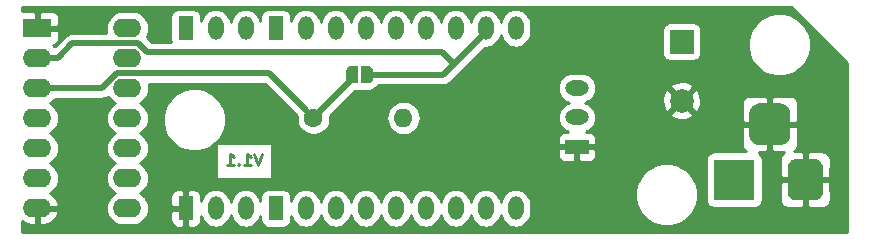
<source format=gbr>
G04 #@! TF.GenerationSoftware,KiCad,Pcbnew,(5.1.4)-1*
G04 #@! TF.CreationDate,2019-11-08T17:43:16+01:00*
G04 #@! TF.ProjectId,ArtNetNode,4172744e-6574-44e6-9f64-652e6b696361,rev?*
G04 #@! TF.SameCoordinates,Original*
G04 #@! TF.FileFunction,Copper,L2,Bot*
G04 #@! TF.FilePolarity,Positive*
%FSLAX46Y46*%
G04 Gerber Fmt 4.6, Leading zero omitted, Abs format (unit mm)*
G04 Created by KiCad (PCBNEW (5.1.4)-1) date 2019-11-08 17:43:16*
%MOMM*%
%LPD*%
G04 APERTURE LIST*
%ADD10C,0.250000*%
%ADD11R,3.500000X3.500000*%
%ADD12C,0.100000*%
%ADD13C,3.000000*%
%ADD14C,3.500000*%
%ADD15O,1.300000X2.000000*%
%ADD16R,1.300000X2.000000*%
%ADD17R,2.000000X2.000000*%
%ADD18C,2.000000*%
%ADD19O,2.000000X1.300000*%
%ADD20R,2.000000X1.300000*%
%ADD21C,1.600000*%
%ADD22O,1.600000X1.600000*%
%ADD23R,2.400000X1.600000*%
%ADD24O,2.400000X1.600000*%
%ADD25C,0.500000*%
%ADD26C,0.508000*%
%ADD27C,0.254000*%
G04 APERTURE END LIST*
D10*
X180974809Y-72731380D02*
X180641476Y-73731380D01*
X180308142Y-72731380D01*
X179451000Y-73731380D02*
X180022428Y-73731380D01*
X179736714Y-73731380D02*
X179736714Y-72731380D01*
X179831952Y-72874238D01*
X179927190Y-72969476D01*
X180022428Y-73017095D01*
X179022428Y-73636142D02*
X178974809Y-73683761D01*
X179022428Y-73731380D01*
X179070047Y-73683761D01*
X179022428Y-73636142D01*
X179022428Y-73731380D01*
X178022428Y-73731380D02*
X178593857Y-73731380D01*
X178308142Y-73731380D02*
X178308142Y-72731380D01*
X178403380Y-72874238D01*
X178498619Y-72969476D01*
X178593857Y-73017095D01*
D11*
X220980000Y-74930000D03*
D12*
G36*
X227803513Y-73183611D02*
G01*
X227876318Y-73194411D01*
X227947714Y-73212295D01*
X228017013Y-73237090D01*
X228083548Y-73268559D01*
X228146678Y-73306398D01*
X228205795Y-73350242D01*
X228260330Y-73399670D01*
X228309758Y-73454205D01*
X228353602Y-73513322D01*
X228391441Y-73576452D01*
X228422910Y-73642987D01*
X228447705Y-73712286D01*
X228465589Y-73783682D01*
X228476389Y-73856487D01*
X228480000Y-73930000D01*
X228480000Y-75930000D01*
X228476389Y-76003513D01*
X228465589Y-76076318D01*
X228447705Y-76147714D01*
X228422910Y-76217013D01*
X228391441Y-76283548D01*
X228353602Y-76346678D01*
X228309758Y-76405795D01*
X228260330Y-76460330D01*
X228205795Y-76509758D01*
X228146678Y-76553602D01*
X228083548Y-76591441D01*
X228017013Y-76622910D01*
X227947714Y-76647705D01*
X227876318Y-76665589D01*
X227803513Y-76676389D01*
X227730000Y-76680000D01*
X226230000Y-76680000D01*
X226156487Y-76676389D01*
X226083682Y-76665589D01*
X226012286Y-76647705D01*
X225942987Y-76622910D01*
X225876452Y-76591441D01*
X225813322Y-76553602D01*
X225754205Y-76509758D01*
X225699670Y-76460330D01*
X225650242Y-76405795D01*
X225606398Y-76346678D01*
X225568559Y-76283548D01*
X225537090Y-76217013D01*
X225512295Y-76147714D01*
X225494411Y-76076318D01*
X225483611Y-76003513D01*
X225480000Y-75930000D01*
X225480000Y-73930000D01*
X225483611Y-73856487D01*
X225494411Y-73783682D01*
X225512295Y-73712286D01*
X225537090Y-73642987D01*
X225568559Y-73576452D01*
X225606398Y-73513322D01*
X225650242Y-73454205D01*
X225699670Y-73399670D01*
X225754205Y-73350242D01*
X225813322Y-73306398D01*
X225876452Y-73268559D01*
X225942987Y-73237090D01*
X226012286Y-73212295D01*
X226083682Y-73194411D01*
X226156487Y-73183611D01*
X226230000Y-73180000D01*
X227730000Y-73180000D01*
X227803513Y-73183611D01*
X227803513Y-73183611D01*
G37*
D13*
X226980000Y-74930000D03*
D12*
G36*
X224940765Y-68484213D02*
G01*
X225025704Y-68496813D01*
X225108999Y-68517677D01*
X225189848Y-68546605D01*
X225267472Y-68583319D01*
X225341124Y-68627464D01*
X225410094Y-68678616D01*
X225473718Y-68736282D01*
X225531384Y-68799906D01*
X225582536Y-68868876D01*
X225626681Y-68942528D01*
X225663395Y-69020152D01*
X225692323Y-69101001D01*
X225713187Y-69184296D01*
X225725787Y-69269235D01*
X225730000Y-69355000D01*
X225730000Y-71105000D01*
X225725787Y-71190765D01*
X225713187Y-71275704D01*
X225692323Y-71358999D01*
X225663395Y-71439848D01*
X225626681Y-71517472D01*
X225582536Y-71591124D01*
X225531384Y-71660094D01*
X225473718Y-71723718D01*
X225410094Y-71781384D01*
X225341124Y-71832536D01*
X225267472Y-71876681D01*
X225189848Y-71913395D01*
X225108999Y-71942323D01*
X225025704Y-71963187D01*
X224940765Y-71975787D01*
X224855000Y-71980000D01*
X223105000Y-71980000D01*
X223019235Y-71975787D01*
X222934296Y-71963187D01*
X222851001Y-71942323D01*
X222770152Y-71913395D01*
X222692528Y-71876681D01*
X222618876Y-71832536D01*
X222549906Y-71781384D01*
X222486282Y-71723718D01*
X222428616Y-71660094D01*
X222377464Y-71591124D01*
X222333319Y-71517472D01*
X222296605Y-71439848D01*
X222267677Y-71358999D01*
X222246813Y-71275704D01*
X222234213Y-71190765D01*
X222230000Y-71105000D01*
X222230000Y-69355000D01*
X222234213Y-69269235D01*
X222246813Y-69184296D01*
X222267677Y-69101001D01*
X222296605Y-69020152D01*
X222333319Y-68942528D01*
X222377464Y-68868876D01*
X222428616Y-68799906D01*
X222486282Y-68736282D01*
X222549906Y-68678616D01*
X222618876Y-68627464D01*
X222692528Y-68583319D01*
X222770152Y-68546605D01*
X222851001Y-68517677D01*
X222934296Y-68496813D01*
X223019235Y-68484213D01*
X223105000Y-68480000D01*
X224855000Y-68480000D01*
X224940765Y-68484213D01*
X224940765Y-68484213D01*
G37*
D14*
X223980000Y-70230000D03*
D15*
X192300000Y-62120000D03*
X194840000Y-62120000D03*
X189760000Y-62120000D03*
X177060000Y-62120000D03*
X179600000Y-62120000D03*
D16*
X182140000Y-62120000D03*
D15*
X187220000Y-62120000D03*
X184680000Y-62120000D03*
X184680000Y-77360000D03*
X187220000Y-77360000D03*
X199920000Y-62120000D03*
X189760000Y-77360000D03*
X192300000Y-77360000D03*
X202460000Y-77360000D03*
X194840000Y-77360000D03*
X202460000Y-62120000D03*
X199920000Y-77360000D03*
D16*
X174520000Y-62120000D03*
D15*
X197380000Y-77360000D03*
X197380000Y-62120000D03*
D16*
X182140000Y-77360000D03*
D15*
X179600000Y-77360000D03*
X177060000Y-77360000D03*
D16*
X174520000Y-77360000D03*
D17*
X216509600Y-63246000D03*
D18*
X216509600Y-68246000D03*
D19*
X207645000Y-69659500D03*
X207645000Y-67159500D03*
D20*
X207645000Y-72159500D03*
D21*
X185343800Y-69697600D03*
D22*
X192963800Y-69697600D03*
D23*
X161975800Y-62103000D03*
D24*
X169595800Y-77343000D03*
X161975800Y-64643000D03*
X169595800Y-74803000D03*
X161975800Y-67183000D03*
X169595800Y-72263000D03*
X161975800Y-69723000D03*
X169595800Y-69723000D03*
X161975800Y-72263000D03*
X169595800Y-67183000D03*
X161975800Y-74803000D03*
X169595800Y-64643000D03*
X161975800Y-77343000D03*
X169595800Y-62103000D03*
D25*
X188595000Y-66040000D03*
D12*
G36*
X189095000Y-66790000D02*
G01*
X188595000Y-66790000D01*
X188595000Y-66789398D01*
X188570466Y-66789398D01*
X188521635Y-66784588D01*
X188473510Y-66775016D01*
X188426555Y-66760772D01*
X188381222Y-66741995D01*
X188337949Y-66718864D01*
X188297150Y-66691604D01*
X188259221Y-66660476D01*
X188224524Y-66625779D01*
X188193396Y-66587850D01*
X188166136Y-66547051D01*
X188143005Y-66503778D01*
X188124228Y-66458445D01*
X188109984Y-66411490D01*
X188100412Y-66363365D01*
X188095602Y-66314534D01*
X188095602Y-66290000D01*
X188095000Y-66290000D01*
X188095000Y-65790000D01*
X188095602Y-65790000D01*
X188095602Y-65765466D01*
X188100412Y-65716635D01*
X188109984Y-65668510D01*
X188124228Y-65621555D01*
X188143005Y-65576222D01*
X188166136Y-65532949D01*
X188193396Y-65492150D01*
X188224524Y-65454221D01*
X188259221Y-65419524D01*
X188297150Y-65388396D01*
X188337949Y-65361136D01*
X188381222Y-65338005D01*
X188426555Y-65319228D01*
X188473510Y-65304984D01*
X188521635Y-65295412D01*
X188570466Y-65290602D01*
X188595000Y-65290602D01*
X188595000Y-65290000D01*
X189095000Y-65290000D01*
X189095000Y-66790000D01*
X189095000Y-66790000D01*
G37*
D25*
X189895000Y-66040000D03*
D12*
G36*
X189895000Y-65290602D02*
G01*
X189919534Y-65290602D01*
X189968365Y-65295412D01*
X190016490Y-65304984D01*
X190063445Y-65319228D01*
X190108778Y-65338005D01*
X190152051Y-65361136D01*
X190192850Y-65388396D01*
X190230779Y-65419524D01*
X190265476Y-65454221D01*
X190296604Y-65492150D01*
X190323864Y-65532949D01*
X190346995Y-65576222D01*
X190365772Y-65621555D01*
X190380016Y-65668510D01*
X190389588Y-65716635D01*
X190394398Y-65765466D01*
X190394398Y-65790000D01*
X190395000Y-65790000D01*
X190395000Y-66290000D01*
X190394398Y-66290000D01*
X190394398Y-66314534D01*
X190389588Y-66363365D01*
X190380016Y-66411490D01*
X190365772Y-66458445D01*
X190346995Y-66503778D01*
X190323864Y-66547051D01*
X190296604Y-66587850D01*
X190265476Y-66625779D01*
X190230779Y-66660476D01*
X190192850Y-66691604D01*
X190152051Y-66718864D01*
X190108778Y-66741995D01*
X190063445Y-66760772D01*
X190016490Y-66775016D01*
X189968365Y-66784588D01*
X189919534Y-66789398D01*
X189895000Y-66789398D01*
X189895000Y-66790000D01*
X189395000Y-66790000D01*
X189395000Y-65290000D01*
X189895000Y-65290000D01*
X189895000Y-65290602D01*
X189895000Y-65290602D01*
G37*
D26*
X184543801Y-68897601D02*
X185343800Y-69697600D01*
X181575190Y-65928990D02*
X184543801Y-68897601D01*
X168676373Y-65928990D02*
X181575190Y-65928990D01*
X167422363Y-67183000D02*
X168676373Y-65928990D01*
X161975800Y-67183000D02*
X167422363Y-67183000D01*
X188595000Y-66446400D02*
X185343800Y-69697600D01*
X188595000Y-66040000D02*
X188595000Y-66446400D01*
X199920000Y-62470000D02*
X199920000Y-62120000D01*
X189895000Y-66040000D02*
X196350000Y-66040000D01*
X163683800Y-64643000D02*
X161975800Y-64643000D01*
X164937810Y-63388990D02*
X163683800Y-64643000D01*
X170515227Y-63388990D02*
X164937810Y-63388990D01*
X196350000Y-66040000D02*
X196917500Y-65472500D01*
X196215000Y-64135000D02*
X197235000Y-65155000D01*
X171261237Y-64135000D02*
X196215000Y-64135000D01*
X170515227Y-63388990D02*
X171261237Y-64135000D01*
X196917500Y-65472500D02*
X197235000Y-65155000D01*
X197235000Y-65155000D02*
X199920000Y-62470000D01*
D27*
G36*
X230480000Y-65043381D02*
G01*
X230480001Y-79350000D01*
X160680000Y-79350000D01*
X160680000Y-78470204D01*
X160909317Y-78620166D01*
X161171286Y-78725650D01*
X161448800Y-78778000D01*
X161848800Y-78778000D01*
X161848800Y-77470000D01*
X162102800Y-77470000D01*
X162102800Y-78778000D01*
X162502800Y-78778000D01*
X162780314Y-78725650D01*
X163042283Y-78620166D01*
X163278639Y-78465601D01*
X163480300Y-78267895D01*
X163639515Y-78034646D01*
X163750167Y-77774818D01*
X163767704Y-77692039D01*
X163645715Y-77470000D01*
X162102800Y-77470000D01*
X161848800Y-77470000D01*
X161828800Y-77470000D01*
X161828800Y-77216000D01*
X161848800Y-77216000D01*
X161848800Y-77196000D01*
X162102800Y-77196000D01*
X162102800Y-77216000D01*
X163645715Y-77216000D01*
X163767704Y-76993961D01*
X163750167Y-76911182D01*
X163639515Y-76651354D01*
X163480300Y-76418105D01*
X163278639Y-76220399D01*
X163049059Y-76070265D01*
X163176901Y-76001932D01*
X163395408Y-75822608D01*
X163574732Y-75604101D01*
X163707982Y-75354808D01*
X163790036Y-75084309D01*
X163817743Y-74803000D01*
X163790036Y-74521691D01*
X163707982Y-74251192D01*
X163574732Y-74001899D01*
X163395408Y-73783392D01*
X163176901Y-73604068D01*
X163043942Y-73533000D01*
X163176901Y-73461932D01*
X163395408Y-73282608D01*
X163574732Y-73064101D01*
X163707982Y-72814808D01*
X163790036Y-72544309D01*
X163817743Y-72263000D01*
X163790036Y-71981691D01*
X163707982Y-71711192D01*
X163574732Y-71461899D01*
X163395408Y-71243392D01*
X163176901Y-71064068D01*
X163043942Y-70993000D01*
X163176901Y-70921932D01*
X163395408Y-70742608D01*
X163574732Y-70524101D01*
X163707982Y-70274808D01*
X163790036Y-70004309D01*
X163817743Y-69723000D01*
X163790036Y-69441691D01*
X163707982Y-69171192D01*
X163574732Y-68921899D01*
X163395408Y-68703392D01*
X163176901Y-68524068D01*
X163043942Y-68453000D01*
X163176901Y-68381932D01*
X163395408Y-68202608D01*
X163502595Y-68072000D01*
X167378703Y-68072000D01*
X167422363Y-68076300D01*
X167466023Y-68072000D01*
X167466030Y-68072000D01*
X167596637Y-68059136D01*
X167764214Y-68008303D01*
X167918654Y-67925753D01*
X167951341Y-67898927D01*
X167996868Y-67984101D01*
X168176192Y-68202608D01*
X168394699Y-68381932D01*
X168527658Y-68453000D01*
X168394699Y-68524068D01*
X168176192Y-68703392D01*
X167996868Y-68921899D01*
X167863618Y-69171192D01*
X167781564Y-69441691D01*
X167753857Y-69723000D01*
X167781564Y-70004309D01*
X167863618Y-70274808D01*
X167996868Y-70524101D01*
X168176192Y-70742608D01*
X168394699Y-70921932D01*
X168527658Y-70993000D01*
X168394699Y-71064068D01*
X168176192Y-71243392D01*
X167996868Y-71461899D01*
X167863618Y-71711192D01*
X167781564Y-71981691D01*
X167753857Y-72263000D01*
X167781564Y-72544309D01*
X167863618Y-72814808D01*
X167996868Y-73064101D01*
X168176192Y-73282608D01*
X168394699Y-73461932D01*
X168527658Y-73533000D01*
X168394699Y-73604068D01*
X168176192Y-73783392D01*
X167996868Y-74001899D01*
X167863618Y-74251192D01*
X167781564Y-74521691D01*
X167753857Y-74803000D01*
X167781564Y-75084309D01*
X167863618Y-75354808D01*
X167996868Y-75604101D01*
X168176192Y-75822608D01*
X168394699Y-76001932D01*
X168527658Y-76073000D01*
X168394699Y-76144068D01*
X168176192Y-76323392D01*
X167996868Y-76541899D01*
X167863618Y-76791192D01*
X167781564Y-77061691D01*
X167753857Y-77343000D01*
X167781564Y-77624309D01*
X167863618Y-77894808D01*
X167996868Y-78144101D01*
X168176192Y-78362608D01*
X168394699Y-78541932D01*
X168643992Y-78675182D01*
X168914491Y-78757236D01*
X169125308Y-78778000D01*
X170066292Y-78778000D01*
X170277109Y-78757236D01*
X170547608Y-78675182D01*
X170796901Y-78541932D01*
X171015408Y-78362608D01*
X171017548Y-78360000D01*
X173231928Y-78360000D01*
X173244188Y-78484482D01*
X173280498Y-78604180D01*
X173339463Y-78714494D01*
X173418815Y-78811185D01*
X173515506Y-78890537D01*
X173625820Y-78949502D01*
X173745518Y-78985812D01*
X173870000Y-78998072D01*
X174234250Y-78995000D01*
X174393000Y-78836250D01*
X174393000Y-77487000D01*
X173393750Y-77487000D01*
X173235000Y-77645750D01*
X173231928Y-78360000D01*
X171017548Y-78360000D01*
X171194732Y-78144101D01*
X171327982Y-77894808D01*
X171410036Y-77624309D01*
X171437743Y-77343000D01*
X171410036Y-77061691D01*
X171327982Y-76791192D01*
X171194732Y-76541899D01*
X171045452Y-76360000D01*
X173231928Y-76360000D01*
X173235000Y-77074250D01*
X173393750Y-77233000D01*
X174393000Y-77233000D01*
X174393000Y-75883750D01*
X174647000Y-75883750D01*
X174647000Y-77233000D01*
X174667000Y-77233000D01*
X174667000Y-77487000D01*
X174647000Y-77487000D01*
X174647000Y-78836250D01*
X174805750Y-78995000D01*
X175170000Y-78998072D01*
X175294482Y-78985812D01*
X175414180Y-78949502D01*
X175524494Y-78890537D01*
X175621185Y-78811185D01*
X175700537Y-78714494D01*
X175759502Y-78604180D01*
X175795812Y-78484482D01*
X175808072Y-78360000D01*
X175806543Y-78004595D01*
X175867071Y-78204127D01*
X175986392Y-78427362D01*
X176146973Y-78623028D01*
X176342639Y-78783608D01*
X176565874Y-78902929D01*
X176808097Y-78976407D01*
X177060000Y-79001217D01*
X177311904Y-78976407D01*
X177554127Y-78902929D01*
X177777362Y-78783608D01*
X177973028Y-78623028D01*
X178133608Y-78427362D01*
X178252929Y-78204127D01*
X178326407Y-77961903D01*
X178330000Y-77925423D01*
X178333593Y-77961904D01*
X178407071Y-78204127D01*
X178526392Y-78427362D01*
X178686973Y-78623028D01*
X178882639Y-78783608D01*
X179105874Y-78902929D01*
X179348097Y-78976407D01*
X179600000Y-79001217D01*
X179851904Y-78976407D01*
X180094127Y-78902929D01*
X180317362Y-78783608D01*
X180513028Y-78623028D01*
X180673608Y-78427362D01*
X180792929Y-78204127D01*
X180851928Y-78009635D01*
X180851928Y-78360000D01*
X180864188Y-78484482D01*
X180900498Y-78604180D01*
X180959463Y-78714494D01*
X181038815Y-78811185D01*
X181135506Y-78890537D01*
X181245820Y-78949502D01*
X181365518Y-78985812D01*
X181490000Y-78998072D01*
X182790000Y-78998072D01*
X182914482Y-78985812D01*
X183034180Y-78949502D01*
X183144494Y-78890537D01*
X183241185Y-78811185D01*
X183320537Y-78714494D01*
X183379502Y-78604180D01*
X183415812Y-78484482D01*
X183428072Y-78360000D01*
X183428072Y-78009635D01*
X183487071Y-78204127D01*
X183606392Y-78427362D01*
X183766973Y-78623028D01*
X183962639Y-78783608D01*
X184185874Y-78902929D01*
X184428097Y-78976407D01*
X184680000Y-79001217D01*
X184931904Y-78976407D01*
X185174127Y-78902929D01*
X185397362Y-78783608D01*
X185593028Y-78623028D01*
X185753608Y-78427362D01*
X185872929Y-78204127D01*
X185946407Y-77961903D01*
X185950000Y-77925423D01*
X185953593Y-77961904D01*
X186027071Y-78204127D01*
X186146392Y-78427362D01*
X186306973Y-78623028D01*
X186502639Y-78783608D01*
X186725874Y-78902929D01*
X186968097Y-78976407D01*
X187220000Y-79001217D01*
X187471904Y-78976407D01*
X187714127Y-78902929D01*
X187937362Y-78783608D01*
X188133028Y-78623028D01*
X188293608Y-78427362D01*
X188412929Y-78204127D01*
X188486407Y-77961903D01*
X188490000Y-77925423D01*
X188493593Y-77961904D01*
X188567071Y-78204127D01*
X188686392Y-78427362D01*
X188846973Y-78623028D01*
X189042639Y-78783608D01*
X189265874Y-78902929D01*
X189508097Y-78976407D01*
X189760000Y-79001217D01*
X190011904Y-78976407D01*
X190254127Y-78902929D01*
X190477362Y-78783608D01*
X190673028Y-78623028D01*
X190833608Y-78427362D01*
X190952929Y-78204127D01*
X191026407Y-77961903D01*
X191030000Y-77925423D01*
X191033593Y-77961904D01*
X191107071Y-78204127D01*
X191226392Y-78427362D01*
X191386973Y-78623028D01*
X191582639Y-78783608D01*
X191805874Y-78902929D01*
X192048097Y-78976407D01*
X192300000Y-79001217D01*
X192551904Y-78976407D01*
X192794127Y-78902929D01*
X193017362Y-78783608D01*
X193213028Y-78623028D01*
X193373608Y-78427362D01*
X193492929Y-78204127D01*
X193566407Y-77961903D01*
X193570000Y-77925423D01*
X193573593Y-77961904D01*
X193647071Y-78204127D01*
X193766392Y-78427362D01*
X193926973Y-78623028D01*
X194122639Y-78783608D01*
X194345874Y-78902929D01*
X194588097Y-78976407D01*
X194840000Y-79001217D01*
X195091904Y-78976407D01*
X195334127Y-78902929D01*
X195557362Y-78783608D01*
X195753028Y-78623028D01*
X195913608Y-78427362D01*
X196032929Y-78204127D01*
X196106407Y-77961903D01*
X196110000Y-77925423D01*
X196113593Y-77961904D01*
X196187071Y-78204127D01*
X196306392Y-78427362D01*
X196466973Y-78623028D01*
X196662639Y-78783608D01*
X196885874Y-78902929D01*
X197128097Y-78976407D01*
X197380000Y-79001217D01*
X197631904Y-78976407D01*
X197874127Y-78902929D01*
X198097362Y-78783608D01*
X198293028Y-78623028D01*
X198453608Y-78427362D01*
X198572929Y-78204127D01*
X198646407Y-77961903D01*
X198650000Y-77925423D01*
X198653593Y-77961904D01*
X198727071Y-78204127D01*
X198846392Y-78427362D01*
X199006973Y-78623028D01*
X199202639Y-78783608D01*
X199425874Y-78902929D01*
X199668097Y-78976407D01*
X199920000Y-79001217D01*
X200171904Y-78976407D01*
X200414127Y-78902929D01*
X200637362Y-78783608D01*
X200833028Y-78623028D01*
X200993608Y-78427362D01*
X201112929Y-78204127D01*
X201186407Y-77961903D01*
X201190000Y-77925423D01*
X201193593Y-77961904D01*
X201267071Y-78204127D01*
X201386392Y-78427362D01*
X201546973Y-78623028D01*
X201742639Y-78783608D01*
X201965874Y-78902929D01*
X202208097Y-78976407D01*
X202460000Y-79001217D01*
X202711904Y-78976407D01*
X202954127Y-78902929D01*
X203177362Y-78783608D01*
X203373028Y-78623028D01*
X203533608Y-78427362D01*
X203652929Y-78204127D01*
X203726407Y-77961903D01*
X203745000Y-77773122D01*
X203745000Y-76946877D01*
X203726407Y-76758096D01*
X203652929Y-76515873D01*
X203533608Y-76292638D01*
X203373028Y-76096972D01*
X203178485Y-75937314D01*
X212566405Y-75937314D01*
X212566405Y-76462686D01*
X212668900Y-76977963D01*
X212869951Y-77463343D01*
X213161832Y-77900174D01*
X213533326Y-78271668D01*
X213970157Y-78563549D01*
X214455537Y-78764600D01*
X214970814Y-78867095D01*
X215496186Y-78867095D01*
X216011463Y-78764600D01*
X216496843Y-78563549D01*
X216933674Y-78271668D01*
X217305168Y-77900174D01*
X217597049Y-77463343D01*
X217798100Y-76977963D01*
X217900595Y-76462686D01*
X217900595Y-75937314D01*
X217798100Y-75422037D01*
X217597049Y-74936657D01*
X217305168Y-74499826D01*
X216933674Y-74128332D01*
X216496843Y-73836451D01*
X216011463Y-73635400D01*
X215496186Y-73532905D01*
X214970814Y-73532905D01*
X214455537Y-73635400D01*
X213970157Y-73836451D01*
X213533326Y-74128332D01*
X213161832Y-74499826D01*
X212869951Y-74936657D01*
X212668900Y-75422037D01*
X212566405Y-75937314D01*
X203178485Y-75937314D01*
X203177361Y-75936392D01*
X202954126Y-75817071D01*
X202711903Y-75743593D01*
X202460000Y-75718783D01*
X202208096Y-75743593D01*
X201965873Y-75817071D01*
X201742638Y-75936392D01*
X201546972Y-76096972D01*
X201386392Y-76292639D01*
X201267071Y-76515874D01*
X201193593Y-76758097D01*
X201190000Y-76794577D01*
X201186407Y-76758096D01*
X201112929Y-76515873D01*
X200993608Y-76292638D01*
X200833028Y-76096972D01*
X200637361Y-75936392D01*
X200414126Y-75817071D01*
X200171903Y-75743593D01*
X199920000Y-75718783D01*
X199668096Y-75743593D01*
X199425873Y-75817071D01*
X199202638Y-75936392D01*
X199006972Y-76096972D01*
X198846392Y-76292639D01*
X198727071Y-76515874D01*
X198653593Y-76758097D01*
X198650000Y-76794577D01*
X198646407Y-76758096D01*
X198572929Y-76515873D01*
X198453608Y-76292638D01*
X198293028Y-76096972D01*
X198097361Y-75936392D01*
X197874126Y-75817071D01*
X197631903Y-75743593D01*
X197380000Y-75718783D01*
X197128096Y-75743593D01*
X196885873Y-75817071D01*
X196662638Y-75936392D01*
X196466972Y-76096972D01*
X196306392Y-76292639D01*
X196187071Y-76515874D01*
X196113593Y-76758097D01*
X196110000Y-76794577D01*
X196106407Y-76758096D01*
X196032929Y-76515873D01*
X195913608Y-76292638D01*
X195753028Y-76096972D01*
X195557361Y-75936392D01*
X195334126Y-75817071D01*
X195091903Y-75743593D01*
X194840000Y-75718783D01*
X194588096Y-75743593D01*
X194345873Y-75817071D01*
X194122638Y-75936392D01*
X193926972Y-76096972D01*
X193766392Y-76292639D01*
X193647071Y-76515874D01*
X193573593Y-76758097D01*
X193570000Y-76794577D01*
X193566407Y-76758096D01*
X193492929Y-76515873D01*
X193373608Y-76292638D01*
X193213028Y-76096972D01*
X193017361Y-75936392D01*
X192794126Y-75817071D01*
X192551903Y-75743593D01*
X192300000Y-75718783D01*
X192048096Y-75743593D01*
X191805873Y-75817071D01*
X191582638Y-75936392D01*
X191386972Y-76096972D01*
X191226392Y-76292639D01*
X191107071Y-76515874D01*
X191033593Y-76758097D01*
X191030000Y-76794577D01*
X191026407Y-76758096D01*
X190952929Y-76515873D01*
X190833608Y-76292638D01*
X190673028Y-76096972D01*
X190477361Y-75936392D01*
X190254126Y-75817071D01*
X190011903Y-75743593D01*
X189760000Y-75718783D01*
X189508096Y-75743593D01*
X189265873Y-75817071D01*
X189042638Y-75936392D01*
X188846972Y-76096972D01*
X188686392Y-76292639D01*
X188567071Y-76515874D01*
X188493593Y-76758097D01*
X188490000Y-76794577D01*
X188486407Y-76758096D01*
X188412929Y-76515873D01*
X188293608Y-76292638D01*
X188133028Y-76096972D01*
X187937361Y-75936392D01*
X187714126Y-75817071D01*
X187471903Y-75743593D01*
X187220000Y-75718783D01*
X186968096Y-75743593D01*
X186725873Y-75817071D01*
X186502638Y-75936392D01*
X186306972Y-76096972D01*
X186146392Y-76292639D01*
X186027071Y-76515874D01*
X185953593Y-76758097D01*
X185950000Y-76794577D01*
X185946407Y-76758096D01*
X185872929Y-76515873D01*
X185753608Y-76292638D01*
X185593028Y-76096972D01*
X185397361Y-75936392D01*
X185174126Y-75817071D01*
X184931903Y-75743593D01*
X184680000Y-75718783D01*
X184428096Y-75743593D01*
X184185873Y-75817071D01*
X183962638Y-75936392D01*
X183766972Y-76096972D01*
X183606392Y-76292639D01*
X183487071Y-76515874D01*
X183428072Y-76710365D01*
X183428072Y-76360000D01*
X183415812Y-76235518D01*
X183379502Y-76115820D01*
X183320537Y-76005506D01*
X183241185Y-75908815D01*
X183144494Y-75829463D01*
X183034180Y-75770498D01*
X182914482Y-75734188D01*
X182790000Y-75721928D01*
X181490000Y-75721928D01*
X181365518Y-75734188D01*
X181245820Y-75770498D01*
X181135506Y-75829463D01*
X181038815Y-75908815D01*
X180959463Y-76005506D01*
X180900498Y-76115820D01*
X180864188Y-76235518D01*
X180851928Y-76360000D01*
X180851928Y-76710365D01*
X180792929Y-76515873D01*
X180673608Y-76292638D01*
X180513028Y-76096972D01*
X180317361Y-75936392D01*
X180094126Y-75817071D01*
X179851903Y-75743593D01*
X179600000Y-75718783D01*
X179348096Y-75743593D01*
X179105873Y-75817071D01*
X178882638Y-75936392D01*
X178686972Y-76096972D01*
X178526392Y-76292639D01*
X178407071Y-76515874D01*
X178333593Y-76758097D01*
X178330000Y-76794577D01*
X178326407Y-76758096D01*
X178252929Y-76515873D01*
X178133608Y-76292638D01*
X177973028Y-76096972D01*
X177777361Y-75936392D01*
X177554126Y-75817071D01*
X177311903Y-75743593D01*
X177060000Y-75718783D01*
X176808096Y-75743593D01*
X176565873Y-75817071D01*
X176342638Y-75936392D01*
X176146972Y-76096972D01*
X175986392Y-76292639D01*
X175867071Y-76515874D01*
X175806543Y-76715406D01*
X175808072Y-76360000D01*
X175795812Y-76235518D01*
X175759502Y-76115820D01*
X175700537Y-76005506D01*
X175621185Y-75908815D01*
X175524494Y-75829463D01*
X175414180Y-75770498D01*
X175294482Y-75734188D01*
X175170000Y-75721928D01*
X174805750Y-75725000D01*
X174647000Y-75883750D01*
X174393000Y-75883750D01*
X174234250Y-75725000D01*
X173870000Y-75721928D01*
X173745518Y-75734188D01*
X173625820Y-75770498D01*
X173515506Y-75829463D01*
X173418815Y-75908815D01*
X173339463Y-76005506D01*
X173280498Y-76115820D01*
X173244188Y-76235518D01*
X173231928Y-76360000D01*
X171045452Y-76360000D01*
X171015408Y-76323392D01*
X170796901Y-76144068D01*
X170663942Y-76073000D01*
X170796901Y-76001932D01*
X171015408Y-75822608D01*
X171194732Y-75604101D01*
X171327982Y-75354808D01*
X171410036Y-75084309D01*
X171437743Y-74803000D01*
X171410036Y-74521691D01*
X171327982Y-74251192D01*
X171194732Y-74001899D01*
X171015408Y-73783392D01*
X170796901Y-73604068D01*
X170663942Y-73533000D01*
X170796901Y-73461932D01*
X171015408Y-73282608D01*
X171194732Y-73064101D01*
X171327982Y-72814808D01*
X171410036Y-72544309D01*
X171437743Y-72263000D01*
X171410036Y-71981691D01*
X171327982Y-71711192D01*
X171194732Y-71461899D01*
X171015408Y-71243392D01*
X170796901Y-71064068D01*
X170663942Y-70993000D01*
X170796901Y-70921932D01*
X171015408Y-70742608D01*
X171194732Y-70524101D01*
X171327982Y-70274808D01*
X171410036Y-70004309D01*
X171437743Y-69723000D01*
X171424379Y-69587314D01*
X172592905Y-69587314D01*
X172592905Y-70112686D01*
X172695400Y-70627963D01*
X172896451Y-71113343D01*
X173188332Y-71550174D01*
X173559826Y-71921668D01*
X173996657Y-72213549D01*
X174482037Y-72414600D01*
X174997314Y-72517095D01*
X175522686Y-72517095D01*
X176037963Y-72414600D01*
X176523343Y-72213549D01*
X176960174Y-71921668D01*
X177020342Y-71861500D01*
X177071953Y-71861500D01*
X177071953Y-74881500D01*
X181830048Y-74881500D01*
X181830048Y-72809500D01*
X206006928Y-72809500D01*
X206019188Y-72933982D01*
X206055498Y-73053680D01*
X206114463Y-73163994D01*
X206193815Y-73260685D01*
X206290506Y-73340037D01*
X206400820Y-73399002D01*
X206520518Y-73435312D01*
X206645000Y-73447572D01*
X207359250Y-73444500D01*
X207518000Y-73285750D01*
X207518000Y-72286500D01*
X207772000Y-72286500D01*
X207772000Y-73285750D01*
X207930750Y-73444500D01*
X208645000Y-73447572D01*
X208769482Y-73435312D01*
X208889180Y-73399002D01*
X208999494Y-73340037D01*
X209096185Y-73260685D01*
X209162401Y-73180000D01*
X218591928Y-73180000D01*
X218591928Y-76680000D01*
X218604188Y-76804482D01*
X218640498Y-76924180D01*
X218699463Y-77034494D01*
X218778815Y-77131185D01*
X218875506Y-77210537D01*
X218985820Y-77269502D01*
X219105518Y-77305812D01*
X219230000Y-77318072D01*
X222730000Y-77318072D01*
X222854482Y-77305812D01*
X222974180Y-77269502D01*
X223084494Y-77210537D01*
X223181185Y-77131185D01*
X223260537Y-77034494D01*
X223319502Y-76924180D01*
X223355812Y-76804482D01*
X223368072Y-76680000D01*
X224841928Y-76680000D01*
X224854188Y-76804482D01*
X224890498Y-76924180D01*
X224949463Y-77034494D01*
X225028815Y-77131185D01*
X225125506Y-77210537D01*
X225235820Y-77269502D01*
X225355518Y-77305812D01*
X225480000Y-77318072D01*
X226694250Y-77315000D01*
X226853000Y-77156250D01*
X226853000Y-75057000D01*
X227107000Y-75057000D01*
X227107000Y-77156250D01*
X227265750Y-77315000D01*
X228480000Y-77318072D01*
X228604482Y-77305812D01*
X228724180Y-77269502D01*
X228834494Y-77210537D01*
X228931185Y-77131185D01*
X229010537Y-77034494D01*
X229069502Y-76924180D01*
X229105812Y-76804482D01*
X229118072Y-76680000D01*
X229115000Y-75215750D01*
X228956250Y-75057000D01*
X227107000Y-75057000D01*
X226853000Y-75057000D01*
X225003750Y-75057000D01*
X224845000Y-75215750D01*
X224841928Y-76680000D01*
X223368072Y-76680000D01*
X223368072Y-73180000D01*
X223355812Y-73055518D01*
X223319502Y-72935820D01*
X223260537Y-72825506D01*
X223181185Y-72728815D01*
X223084494Y-72649463D01*
X223022655Y-72616409D01*
X223694250Y-72615000D01*
X223853000Y-72456250D01*
X223853000Y-70357000D01*
X224107000Y-70357000D01*
X224107000Y-72456250D01*
X224265750Y-72615000D01*
X225186367Y-72616931D01*
X225125506Y-72649463D01*
X225028815Y-72728815D01*
X224949463Y-72825506D01*
X224890498Y-72935820D01*
X224854188Y-73055518D01*
X224841928Y-73180000D01*
X224845000Y-74644250D01*
X225003750Y-74803000D01*
X226853000Y-74803000D01*
X226853000Y-72703750D01*
X227107000Y-72703750D01*
X227107000Y-74803000D01*
X228956250Y-74803000D01*
X229115000Y-74644250D01*
X229118072Y-73180000D01*
X229105812Y-73055518D01*
X229069502Y-72935820D01*
X229010537Y-72825506D01*
X228931185Y-72728815D01*
X228834494Y-72649463D01*
X228724180Y-72590498D01*
X228604482Y-72554188D01*
X228480000Y-72541928D01*
X227265750Y-72545000D01*
X227107000Y-72703750D01*
X226853000Y-72703750D01*
X226694250Y-72545000D01*
X226023195Y-72543302D01*
X226084494Y-72510537D01*
X226181185Y-72431185D01*
X226260537Y-72334494D01*
X226319502Y-72224180D01*
X226355812Y-72104482D01*
X226368072Y-71980000D01*
X226365000Y-70515750D01*
X226206250Y-70357000D01*
X224107000Y-70357000D01*
X223853000Y-70357000D01*
X221753750Y-70357000D01*
X221595000Y-70515750D01*
X221591928Y-71980000D01*
X221604188Y-72104482D01*
X221640498Y-72224180D01*
X221699463Y-72334494D01*
X221778815Y-72431185D01*
X221875506Y-72510537D01*
X221934233Y-72541928D01*
X219230000Y-72541928D01*
X219105518Y-72554188D01*
X218985820Y-72590498D01*
X218875506Y-72649463D01*
X218778815Y-72728815D01*
X218699463Y-72825506D01*
X218640498Y-72935820D01*
X218604188Y-73055518D01*
X218591928Y-73180000D01*
X209162401Y-73180000D01*
X209175537Y-73163994D01*
X209234502Y-73053680D01*
X209270812Y-72933982D01*
X209283072Y-72809500D01*
X209280000Y-72445250D01*
X209121250Y-72286500D01*
X207772000Y-72286500D01*
X207518000Y-72286500D01*
X206168750Y-72286500D01*
X206010000Y-72445250D01*
X206006928Y-72809500D01*
X181830048Y-72809500D01*
X181830048Y-71861500D01*
X177071953Y-71861500D01*
X177020342Y-71861500D01*
X177331668Y-71550174D01*
X177623549Y-71113343D01*
X177824600Y-70627963D01*
X177927095Y-70112686D01*
X177927095Y-69587314D01*
X177824600Y-69072037D01*
X177623549Y-68586657D01*
X177331668Y-68149826D01*
X176960174Y-67778332D01*
X176523343Y-67486451D01*
X176037963Y-67285400D01*
X175522686Y-67182905D01*
X174997314Y-67182905D01*
X174482037Y-67285400D01*
X173996657Y-67486451D01*
X173559826Y-67778332D01*
X173188332Y-68149826D01*
X172896451Y-68586657D01*
X172695400Y-69072037D01*
X172592905Y-69587314D01*
X171424379Y-69587314D01*
X171410036Y-69441691D01*
X171327982Y-69171192D01*
X171194732Y-68921899D01*
X171015408Y-68703392D01*
X170796901Y-68524068D01*
X170663942Y-68453000D01*
X170796901Y-68381932D01*
X171015408Y-68202608D01*
X171194732Y-67984101D01*
X171327982Y-67734808D01*
X171410036Y-67464309D01*
X171437743Y-67183000D01*
X171410036Y-66901691D01*
X171384646Y-66817990D01*
X181206955Y-66817990D01*
X183914844Y-69525880D01*
X183908800Y-69556265D01*
X183908800Y-69838935D01*
X183963947Y-70116174D01*
X184072120Y-70377327D01*
X184229163Y-70612359D01*
X184429041Y-70812237D01*
X184664073Y-70969280D01*
X184925226Y-71077453D01*
X185202465Y-71132600D01*
X185485135Y-71132600D01*
X185762374Y-71077453D01*
X186023527Y-70969280D01*
X186258559Y-70812237D01*
X186458437Y-70612359D01*
X186615480Y-70377327D01*
X186723653Y-70116174D01*
X186778800Y-69838935D01*
X186778800Y-69697600D01*
X191521857Y-69697600D01*
X191549564Y-69978909D01*
X191631618Y-70249408D01*
X191764868Y-70498701D01*
X191944192Y-70717208D01*
X192162699Y-70896532D01*
X192411992Y-71029782D01*
X192682491Y-71111836D01*
X192893308Y-71132600D01*
X193034292Y-71132600D01*
X193245109Y-71111836D01*
X193515608Y-71029782D01*
X193764901Y-70896532D01*
X193983408Y-70717208D01*
X194162732Y-70498701D01*
X194295982Y-70249408D01*
X194378036Y-69978909D01*
X194405743Y-69697600D01*
X194378036Y-69416291D01*
X194295982Y-69145792D01*
X194162732Y-68896499D01*
X193983408Y-68677992D01*
X193764901Y-68498668D01*
X193515608Y-68365418D01*
X193245109Y-68283364D01*
X193034292Y-68262600D01*
X192893308Y-68262600D01*
X192682491Y-68283364D01*
X192411992Y-68365418D01*
X192162699Y-68498668D01*
X191944192Y-68677992D01*
X191764868Y-68896499D01*
X191631618Y-69145792D01*
X191549564Y-69416291D01*
X191521857Y-69697600D01*
X186778800Y-69697600D01*
X186778800Y-69556265D01*
X186772756Y-69525879D01*
X188870564Y-67428072D01*
X189095000Y-67428072D01*
X189219482Y-67415812D01*
X189245000Y-67408071D01*
X189270518Y-67415812D01*
X189395000Y-67428072D01*
X189895000Y-67428072D01*
X189919450Y-67425664D01*
X189944009Y-67425664D01*
X190068490Y-67413404D01*
X190164623Y-67394282D01*
X190284319Y-67357973D01*
X190374875Y-67320464D01*
X190485192Y-67261498D01*
X190566691Y-67207042D01*
X190624621Y-67159500D01*
X206003783Y-67159500D01*
X206028593Y-67411404D01*
X206102071Y-67653627D01*
X206221392Y-67876862D01*
X206381972Y-68072528D01*
X206577638Y-68233108D01*
X206800873Y-68352429D01*
X206989010Y-68409500D01*
X206800873Y-68466571D01*
X206577638Y-68585892D01*
X206381972Y-68746472D01*
X206221392Y-68942138D01*
X206102071Y-69165373D01*
X206028593Y-69407596D01*
X206003783Y-69659500D01*
X206028593Y-69911404D01*
X206102071Y-70153627D01*
X206221392Y-70376862D01*
X206381972Y-70572528D01*
X206577638Y-70733108D01*
X206800873Y-70852429D01*
X206866647Y-70872381D01*
X206645000Y-70871428D01*
X206520518Y-70883688D01*
X206400820Y-70919998D01*
X206290506Y-70978963D01*
X206193815Y-71058315D01*
X206114463Y-71155006D01*
X206055498Y-71265320D01*
X206019188Y-71385018D01*
X206006928Y-71509500D01*
X206010000Y-71873750D01*
X206168750Y-72032500D01*
X207518000Y-72032500D01*
X207518000Y-72012500D01*
X207772000Y-72012500D01*
X207772000Y-72032500D01*
X209121250Y-72032500D01*
X209280000Y-71873750D01*
X209283072Y-71509500D01*
X209270812Y-71385018D01*
X209234502Y-71265320D01*
X209175537Y-71155006D01*
X209096185Y-71058315D01*
X208999494Y-70978963D01*
X208889180Y-70919998D01*
X208769482Y-70883688D01*
X208645000Y-70871428D01*
X208423353Y-70872381D01*
X208489127Y-70852429D01*
X208712362Y-70733108D01*
X208908028Y-70572528D01*
X209068608Y-70376862D01*
X209187929Y-70153627D01*
X209261407Y-69911404D01*
X209286217Y-69659500D01*
X209261407Y-69407596D01*
X209253465Y-69381413D01*
X215553792Y-69381413D01*
X215649556Y-69645814D01*
X215939171Y-69786704D01*
X216250708Y-69868384D01*
X216572195Y-69887718D01*
X216891275Y-69843961D01*
X217195688Y-69738795D01*
X217369644Y-69645814D01*
X217465408Y-69381413D01*
X216509600Y-68425605D01*
X215553792Y-69381413D01*
X209253465Y-69381413D01*
X209187929Y-69165373D01*
X209068608Y-68942138D01*
X208908028Y-68746472D01*
X208712362Y-68585892D01*
X208489127Y-68466571D01*
X208300990Y-68409500D01*
X208489127Y-68352429D01*
X208571135Y-68308595D01*
X214867882Y-68308595D01*
X214911639Y-68627675D01*
X215016805Y-68932088D01*
X215109786Y-69106044D01*
X215374187Y-69201808D01*
X216329995Y-68246000D01*
X216689205Y-68246000D01*
X217645013Y-69201808D01*
X217909414Y-69106044D01*
X218050304Y-68816429D01*
X218131984Y-68504892D01*
X218133480Y-68480000D01*
X221591928Y-68480000D01*
X221595000Y-69944250D01*
X221753750Y-70103000D01*
X223853000Y-70103000D01*
X223853000Y-68003750D01*
X224107000Y-68003750D01*
X224107000Y-70103000D01*
X226206250Y-70103000D01*
X226365000Y-69944250D01*
X226368072Y-68480000D01*
X226355812Y-68355518D01*
X226319502Y-68235820D01*
X226260537Y-68125506D01*
X226181185Y-68028815D01*
X226084494Y-67949463D01*
X225974180Y-67890498D01*
X225854482Y-67854188D01*
X225730000Y-67841928D01*
X224265750Y-67845000D01*
X224107000Y-68003750D01*
X223853000Y-68003750D01*
X223694250Y-67845000D01*
X222230000Y-67841928D01*
X222105518Y-67854188D01*
X221985820Y-67890498D01*
X221875506Y-67949463D01*
X221778815Y-68028815D01*
X221699463Y-68125506D01*
X221640498Y-68235820D01*
X221604188Y-68355518D01*
X221591928Y-68480000D01*
X218133480Y-68480000D01*
X218151318Y-68183405D01*
X218107561Y-67864325D01*
X218002395Y-67559912D01*
X217909414Y-67385956D01*
X217645013Y-67290192D01*
X216689205Y-68246000D01*
X216329995Y-68246000D01*
X215374187Y-67290192D01*
X215109786Y-67385956D01*
X214968896Y-67675571D01*
X214887216Y-67987108D01*
X214867882Y-68308595D01*
X208571135Y-68308595D01*
X208712362Y-68233108D01*
X208908028Y-68072528D01*
X209068608Y-67876862D01*
X209187929Y-67653627D01*
X209261407Y-67411404D01*
X209286217Y-67159500D01*
X209281400Y-67110587D01*
X215553792Y-67110587D01*
X216509600Y-68066395D01*
X217465408Y-67110587D01*
X217369644Y-66846186D01*
X217080029Y-66705296D01*
X216768492Y-66623616D01*
X216447005Y-66604282D01*
X216127925Y-66648039D01*
X215823512Y-66753205D01*
X215649556Y-66846186D01*
X215553792Y-67110587D01*
X209281400Y-67110587D01*
X209261407Y-66907596D01*
X209187929Y-66665373D01*
X209068608Y-66442138D01*
X208908028Y-66246472D01*
X208712362Y-66085892D01*
X208489127Y-65966571D01*
X208246904Y-65893093D01*
X208058123Y-65874500D01*
X207231877Y-65874500D01*
X207043096Y-65893093D01*
X206800873Y-65966571D01*
X206577638Y-66085892D01*
X206381972Y-66246472D01*
X206221392Y-66442138D01*
X206102071Y-66665373D01*
X206028593Y-66907596D01*
X206003783Y-67159500D01*
X190624621Y-67159500D01*
X190663382Y-67127690D01*
X190732690Y-67058382D01*
X190812042Y-66961691D01*
X190833885Y-66929000D01*
X196306340Y-66929000D01*
X196350000Y-66933300D01*
X196393660Y-66929000D01*
X196393667Y-66929000D01*
X196524274Y-66916136D01*
X196691851Y-66865303D01*
X196846291Y-66782753D01*
X196981659Y-66671659D01*
X197009499Y-66637736D01*
X197832738Y-65814497D01*
X197866659Y-65786659D01*
X197894497Y-65752738D01*
X199889065Y-63758170D01*
X199920000Y-63761217D01*
X200171904Y-63736407D01*
X200414127Y-63662929D01*
X200637362Y-63543608D01*
X200833028Y-63383028D01*
X200993608Y-63187362D01*
X201112929Y-62964127D01*
X201186407Y-62721903D01*
X201190000Y-62685423D01*
X201193593Y-62721904D01*
X201267071Y-62964127D01*
X201386392Y-63187362D01*
X201546973Y-63383028D01*
X201742639Y-63543608D01*
X201965874Y-63662929D01*
X202208097Y-63736407D01*
X202460000Y-63761217D01*
X202711904Y-63736407D01*
X202954127Y-63662929D01*
X203177362Y-63543608D01*
X203373028Y-63383028D01*
X203533608Y-63187362D01*
X203652929Y-62964127D01*
X203726407Y-62721903D01*
X203745000Y-62533122D01*
X203745000Y-62246000D01*
X214871528Y-62246000D01*
X214871528Y-64246000D01*
X214883788Y-64370482D01*
X214920098Y-64490180D01*
X214979063Y-64600494D01*
X215058415Y-64697185D01*
X215155106Y-64776537D01*
X215265420Y-64835502D01*
X215385118Y-64871812D01*
X215509600Y-64884072D01*
X217509600Y-64884072D01*
X217634082Y-64871812D01*
X217753780Y-64835502D01*
X217864094Y-64776537D01*
X217960785Y-64697185D01*
X218040137Y-64600494D01*
X218099102Y-64490180D01*
X218135412Y-64370482D01*
X218147672Y-64246000D01*
X218147672Y-63237314D01*
X222122905Y-63237314D01*
X222122905Y-63762686D01*
X222225400Y-64277963D01*
X222426451Y-64763343D01*
X222718332Y-65200174D01*
X223089826Y-65571668D01*
X223526657Y-65863549D01*
X224012037Y-66064600D01*
X224527314Y-66167095D01*
X225052686Y-66167095D01*
X225567963Y-66064600D01*
X226053343Y-65863549D01*
X226490174Y-65571668D01*
X226861668Y-65200174D01*
X227153549Y-64763343D01*
X227354600Y-64277963D01*
X227457095Y-63762686D01*
X227457095Y-63237314D01*
X227354600Y-62722037D01*
X227153549Y-62236657D01*
X226861668Y-61799826D01*
X226490174Y-61428332D01*
X226053343Y-61136451D01*
X225567963Y-60935400D01*
X225052686Y-60832905D01*
X224527314Y-60832905D01*
X224012037Y-60935400D01*
X223526657Y-61136451D01*
X223089826Y-61428332D01*
X222718332Y-61799826D01*
X222426451Y-62236657D01*
X222225400Y-62722037D01*
X222122905Y-63237314D01*
X218147672Y-63237314D01*
X218147672Y-62246000D01*
X218135412Y-62121518D01*
X218099102Y-62001820D01*
X218040137Y-61891506D01*
X217960785Y-61794815D01*
X217864094Y-61715463D01*
X217753780Y-61656498D01*
X217634082Y-61620188D01*
X217509600Y-61607928D01*
X215509600Y-61607928D01*
X215385118Y-61620188D01*
X215265420Y-61656498D01*
X215155106Y-61715463D01*
X215058415Y-61794815D01*
X214979063Y-61891506D01*
X214920098Y-62001820D01*
X214883788Y-62121518D01*
X214871528Y-62246000D01*
X203745000Y-62246000D01*
X203745000Y-61706877D01*
X203726407Y-61518096D01*
X203652929Y-61275873D01*
X203533608Y-61052638D01*
X203373028Y-60856972D01*
X203177361Y-60696392D01*
X202954126Y-60577071D01*
X202711903Y-60503593D01*
X202460000Y-60478783D01*
X202208096Y-60503593D01*
X201965873Y-60577071D01*
X201742638Y-60696392D01*
X201546972Y-60856972D01*
X201386392Y-61052639D01*
X201267071Y-61275874D01*
X201193593Y-61518097D01*
X201190000Y-61554577D01*
X201186407Y-61518096D01*
X201112929Y-61275873D01*
X200993608Y-61052638D01*
X200833028Y-60856972D01*
X200637361Y-60696392D01*
X200414126Y-60577071D01*
X200171903Y-60503593D01*
X199920000Y-60478783D01*
X199668096Y-60503593D01*
X199425873Y-60577071D01*
X199202638Y-60696392D01*
X199006972Y-60856972D01*
X198846392Y-61052639D01*
X198727071Y-61275874D01*
X198653593Y-61518097D01*
X198650000Y-61554577D01*
X198646407Y-61518096D01*
X198572929Y-61275873D01*
X198453608Y-61052638D01*
X198293028Y-60856972D01*
X198097361Y-60696392D01*
X197874126Y-60577071D01*
X197631903Y-60503593D01*
X197380000Y-60478783D01*
X197128096Y-60503593D01*
X196885873Y-60577071D01*
X196662638Y-60696392D01*
X196466972Y-60856972D01*
X196306392Y-61052639D01*
X196187071Y-61275874D01*
X196113593Y-61518097D01*
X196110000Y-61554577D01*
X196106407Y-61518096D01*
X196032929Y-61275873D01*
X195913608Y-61052638D01*
X195753028Y-60856972D01*
X195557361Y-60696392D01*
X195334126Y-60577071D01*
X195091903Y-60503593D01*
X194840000Y-60478783D01*
X194588096Y-60503593D01*
X194345873Y-60577071D01*
X194122638Y-60696392D01*
X193926972Y-60856972D01*
X193766392Y-61052639D01*
X193647071Y-61275874D01*
X193573593Y-61518097D01*
X193570000Y-61554577D01*
X193566407Y-61518096D01*
X193492929Y-61275873D01*
X193373608Y-61052638D01*
X193213028Y-60856972D01*
X193017361Y-60696392D01*
X192794126Y-60577071D01*
X192551903Y-60503593D01*
X192300000Y-60478783D01*
X192048096Y-60503593D01*
X191805873Y-60577071D01*
X191582638Y-60696392D01*
X191386972Y-60856972D01*
X191226392Y-61052639D01*
X191107071Y-61275874D01*
X191033593Y-61518097D01*
X191030000Y-61554577D01*
X191026407Y-61518096D01*
X190952929Y-61275873D01*
X190833608Y-61052638D01*
X190673028Y-60856972D01*
X190477361Y-60696392D01*
X190254126Y-60577071D01*
X190011903Y-60503593D01*
X189760000Y-60478783D01*
X189508096Y-60503593D01*
X189265873Y-60577071D01*
X189042638Y-60696392D01*
X188846972Y-60856972D01*
X188686392Y-61052639D01*
X188567071Y-61275874D01*
X188493593Y-61518097D01*
X188490000Y-61554577D01*
X188486407Y-61518096D01*
X188412929Y-61275873D01*
X188293608Y-61052638D01*
X188133028Y-60856972D01*
X187937361Y-60696392D01*
X187714126Y-60577071D01*
X187471903Y-60503593D01*
X187220000Y-60478783D01*
X186968096Y-60503593D01*
X186725873Y-60577071D01*
X186502638Y-60696392D01*
X186306972Y-60856972D01*
X186146392Y-61052639D01*
X186027071Y-61275874D01*
X185953593Y-61518097D01*
X185950000Y-61554577D01*
X185946407Y-61518096D01*
X185872929Y-61275873D01*
X185753608Y-61052638D01*
X185593028Y-60856972D01*
X185397361Y-60696392D01*
X185174126Y-60577071D01*
X184931903Y-60503593D01*
X184680000Y-60478783D01*
X184428096Y-60503593D01*
X184185873Y-60577071D01*
X183962638Y-60696392D01*
X183766972Y-60856972D01*
X183606392Y-61052639D01*
X183487071Y-61275874D01*
X183428072Y-61470365D01*
X183428072Y-61120000D01*
X183415812Y-60995518D01*
X183379502Y-60875820D01*
X183320537Y-60765506D01*
X183241185Y-60668815D01*
X183144494Y-60589463D01*
X183034180Y-60530498D01*
X182914482Y-60494188D01*
X182790000Y-60481928D01*
X181490000Y-60481928D01*
X181365518Y-60494188D01*
X181245820Y-60530498D01*
X181135506Y-60589463D01*
X181038815Y-60668815D01*
X180959463Y-60765506D01*
X180900498Y-60875820D01*
X180864188Y-60995518D01*
X180851928Y-61120000D01*
X180851928Y-61470365D01*
X180792929Y-61275873D01*
X180673608Y-61052638D01*
X180513028Y-60856972D01*
X180317361Y-60696392D01*
X180094126Y-60577071D01*
X179851903Y-60503593D01*
X179600000Y-60478783D01*
X179348096Y-60503593D01*
X179105873Y-60577071D01*
X178882638Y-60696392D01*
X178686972Y-60856972D01*
X178526392Y-61052639D01*
X178407071Y-61275874D01*
X178333593Y-61518097D01*
X178330000Y-61554577D01*
X178326407Y-61518096D01*
X178252929Y-61275873D01*
X178133608Y-61052638D01*
X177973028Y-60856972D01*
X177777361Y-60696392D01*
X177554126Y-60577071D01*
X177311903Y-60503593D01*
X177060000Y-60478783D01*
X176808096Y-60503593D01*
X176565873Y-60577071D01*
X176342638Y-60696392D01*
X176146972Y-60856972D01*
X175986392Y-61052639D01*
X175867071Y-61275874D01*
X175808072Y-61470365D01*
X175808072Y-61120000D01*
X175795812Y-60995518D01*
X175759502Y-60875820D01*
X175700537Y-60765506D01*
X175621185Y-60668815D01*
X175524494Y-60589463D01*
X175414180Y-60530498D01*
X175294482Y-60494188D01*
X175170000Y-60481928D01*
X173870000Y-60481928D01*
X173745518Y-60494188D01*
X173625820Y-60530498D01*
X173515506Y-60589463D01*
X173418815Y-60668815D01*
X173339463Y-60765506D01*
X173280498Y-60875820D01*
X173244188Y-60995518D01*
X173231928Y-61120000D01*
X173231928Y-63120000D01*
X173244188Y-63244482D01*
X173244648Y-63246000D01*
X171629473Y-63246000D01*
X171227071Y-62843599D01*
X171327982Y-62654808D01*
X171410036Y-62384309D01*
X171437743Y-62103000D01*
X171410036Y-61821691D01*
X171327982Y-61551192D01*
X171194732Y-61301899D01*
X171015408Y-61083392D01*
X170796901Y-60904068D01*
X170547608Y-60770818D01*
X170277109Y-60688764D01*
X170066292Y-60668000D01*
X169125308Y-60668000D01*
X168914491Y-60688764D01*
X168643992Y-60770818D01*
X168394699Y-60904068D01*
X168176192Y-61083392D01*
X167996868Y-61301899D01*
X167863618Y-61551192D01*
X167781564Y-61821691D01*
X167753857Y-62103000D01*
X167781564Y-62384309D01*
X167816655Y-62499990D01*
X164981470Y-62499990D01*
X164937810Y-62495690D01*
X164894150Y-62499990D01*
X164894143Y-62499990D01*
X164780135Y-62511219D01*
X164763535Y-62512854D01*
X164696720Y-62533122D01*
X164595959Y-62563687D01*
X164441519Y-62646237D01*
X164306151Y-62757331D01*
X164278316Y-62791249D01*
X163418290Y-63651274D01*
X163395408Y-63623392D01*
X163282318Y-63530581D01*
X163300282Y-63528812D01*
X163419980Y-63492502D01*
X163530294Y-63433537D01*
X163626985Y-63354185D01*
X163706337Y-63257494D01*
X163765302Y-63147180D01*
X163801612Y-63027482D01*
X163813872Y-62903000D01*
X163810800Y-62388750D01*
X163652050Y-62230000D01*
X162102800Y-62230000D01*
X162102800Y-62250000D01*
X161848800Y-62250000D01*
X161848800Y-62230000D01*
X161828800Y-62230000D01*
X161828800Y-61976000D01*
X161848800Y-61976000D01*
X161848800Y-60826750D01*
X162102800Y-60826750D01*
X162102800Y-61976000D01*
X163652050Y-61976000D01*
X163810800Y-61817250D01*
X163813872Y-61303000D01*
X163801612Y-61178518D01*
X163765302Y-61058820D01*
X163706337Y-60948506D01*
X163626985Y-60851815D01*
X163530294Y-60772463D01*
X163419980Y-60713498D01*
X163300282Y-60677188D01*
X163175800Y-60664928D01*
X162261550Y-60668000D01*
X162102800Y-60826750D01*
X161848800Y-60826750D01*
X161690050Y-60668000D01*
X160775800Y-60664928D01*
X160680000Y-60674363D01*
X160680000Y-60350000D01*
X225786620Y-60350000D01*
X230480000Y-65043381D01*
X230480000Y-65043381D01*
G37*
X230480000Y-65043381D02*
X230480001Y-79350000D01*
X160680000Y-79350000D01*
X160680000Y-78470204D01*
X160909317Y-78620166D01*
X161171286Y-78725650D01*
X161448800Y-78778000D01*
X161848800Y-78778000D01*
X161848800Y-77470000D01*
X162102800Y-77470000D01*
X162102800Y-78778000D01*
X162502800Y-78778000D01*
X162780314Y-78725650D01*
X163042283Y-78620166D01*
X163278639Y-78465601D01*
X163480300Y-78267895D01*
X163639515Y-78034646D01*
X163750167Y-77774818D01*
X163767704Y-77692039D01*
X163645715Y-77470000D01*
X162102800Y-77470000D01*
X161848800Y-77470000D01*
X161828800Y-77470000D01*
X161828800Y-77216000D01*
X161848800Y-77216000D01*
X161848800Y-77196000D01*
X162102800Y-77196000D01*
X162102800Y-77216000D01*
X163645715Y-77216000D01*
X163767704Y-76993961D01*
X163750167Y-76911182D01*
X163639515Y-76651354D01*
X163480300Y-76418105D01*
X163278639Y-76220399D01*
X163049059Y-76070265D01*
X163176901Y-76001932D01*
X163395408Y-75822608D01*
X163574732Y-75604101D01*
X163707982Y-75354808D01*
X163790036Y-75084309D01*
X163817743Y-74803000D01*
X163790036Y-74521691D01*
X163707982Y-74251192D01*
X163574732Y-74001899D01*
X163395408Y-73783392D01*
X163176901Y-73604068D01*
X163043942Y-73533000D01*
X163176901Y-73461932D01*
X163395408Y-73282608D01*
X163574732Y-73064101D01*
X163707982Y-72814808D01*
X163790036Y-72544309D01*
X163817743Y-72263000D01*
X163790036Y-71981691D01*
X163707982Y-71711192D01*
X163574732Y-71461899D01*
X163395408Y-71243392D01*
X163176901Y-71064068D01*
X163043942Y-70993000D01*
X163176901Y-70921932D01*
X163395408Y-70742608D01*
X163574732Y-70524101D01*
X163707982Y-70274808D01*
X163790036Y-70004309D01*
X163817743Y-69723000D01*
X163790036Y-69441691D01*
X163707982Y-69171192D01*
X163574732Y-68921899D01*
X163395408Y-68703392D01*
X163176901Y-68524068D01*
X163043942Y-68453000D01*
X163176901Y-68381932D01*
X163395408Y-68202608D01*
X163502595Y-68072000D01*
X167378703Y-68072000D01*
X167422363Y-68076300D01*
X167466023Y-68072000D01*
X167466030Y-68072000D01*
X167596637Y-68059136D01*
X167764214Y-68008303D01*
X167918654Y-67925753D01*
X167951341Y-67898927D01*
X167996868Y-67984101D01*
X168176192Y-68202608D01*
X168394699Y-68381932D01*
X168527658Y-68453000D01*
X168394699Y-68524068D01*
X168176192Y-68703392D01*
X167996868Y-68921899D01*
X167863618Y-69171192D01*
X167781564Y-69441691D01*
X167753857Y-69723000D01*
X167781564Y-70004309D01*
X167863618Y-70274808D01*
X167996868Y-70524101D01*
X168176192Y-70742608D01*
X168394699Y-70921932D01*
X168527658Y-70993000D01*
X168394699Y-71064068D01*
X168176192Y-71243392D01*
X167996868Y-71461899D01*
X167863618Y-71711192D01*
X167781564Y-71981691D01*
X167753857Y-72263000D01*
X167781564Y-72544309D01*
X167863618Y-72814808D01*
X167996868Y-73064101D01*
X168176192Y-73282608D01*
X168394699Y-73461932D01*
X168527658Y-73533000D01*
X168394699Y-73604068D01*
X168176192Y-73783392D01*
X167996868Y-74001899D01*
X167863618Y-74251192D01*
X167781564Y-74521691D01*
X167753857Y-74803000D01*
X167781564Y-75084309D01*
X167863618Y-75354808D01*
X167996868Y-75604101D01*
X168176192Y-75822608D01*
X168394699Y-76001932D01*
X168527658Y-76073000D01*
X168394699Y-76144068D01*
X168176192Y-76323392D01*
X167996868Y-76541899D01*
X167863618Y-76791192D01*
X167781564Y-77061691D01*
X167753857Y-77343000D01*
X167781564Y-77624309D01*
X167863618Y-77894808D01*
X167996868Y-78144101D01*
X168176192Y-78362608D01*
X168394699Y-78541932D01*
X168643992Y-78675182D01*
X168914491Y-78757236D01*
X169125308Y-78778000D01*
X170066292Y-78778000D01*
X170277109Y-78757236D01*
X170547608Y-78675182D01*
X170796901Y-78541932D01*
X171015408Y-78362608D01*
X171017548Y-78360000D01*
X173231928Y-78360000D01*
X173244188Y-78484482D01*
X173280498Y-78604180D01*
X173339463Y-78714494D01*
X173418815Y-78811185D01*
X173515506Y-78890537D01*
X173625820Y-78949502D01*
X173745518Y-78985812D01*
X173870000Y-78998072D01*
X174234250Y-78995000D01*
X174393000Y-78836250D01*
X174393000Y-77487000D01*
X173393750Y-77487000D01*
X173235000Y-77645750D01*
X173231928Y-78360000D01*
X171017548Y-78360000D01*
X171194732Y-78144101D01*
X171327982Y-77894808D01*
X171410036Y-77624309D01*
X171437743Y-77343000D01*
X171410036Y-77061691D01*
X171327982Y-76791192D01*
X171194732Y-76541899D01*
X171045452Y-76360000D01*
X173231928Y-76360000D01*
X173235000Y-77074250D01*
X173393750Y-77233000D01*
X174393000Y-77233000D01*
X174393000Y-75883750D01*
X174647000Y-75883750D01*
X174647000Y-77233000D01*
X174667000Y-77233000D01*
X174667000Y-77487000D01*
X174647000Y-77487000D01*
X174647000Y-78836250D01*
X174805750Y-78995000D01*
X175170000Y-78998072D01*
X175294482Y-78985812D01*
X175414180Y-78949502D01*
X175524494Y-78890537D01*
X175621185Y-78811185D01*
X175700537Y-78714494D01*
X175759502Y-78604180D01*
X175795812Y-78484482D01*
X175808072Y-78360000D01*
X175806543Y-78004595D01*
X175867071Y-78204127D01*
X175986392Y-78427362D01*
X176146973Y-78623028D01*
X176342639Y-78783608D01*
X176565874Y-78902929D01*
X176808097Y-78976407D01*
X177060000Y-79001217D01*
X177311904Y-78976407D01*
X177554127Y-78902929D01*
X177777362Y-78783608D01*
X177973028Y-78623028D01*
X178133608Y-78427362D01*
X178252929Y-78204127D01*
X178326407Y-77961903D01*
X178330000Y-77925423D01*
X178333593Y-77961904D01*
X178407071Y-78204127D01*
X178526392Y-78427362D01*
X178686973Y-78623028D01*
X178882639Y-78783608D01*
X179105874Y-78902929D01*
X179348097Y-78976407D01*
X179600000Y-79001217D01*
X179851904Y-78976407D01*
X180094127Y-78902929D01*
X180317362Y-78783608D01*
X180513028Y-78623028D01*
X180673608Y-78427362D01*
X180792929Y-78204127D01*
X180851928Y-78009635D01*
X180851928Y-78360000D01*
X180864188Y-78484482D01*
X180900498Y-78604180D01*
X180959463Y-78714494D01*
X181038815Y-78811185D01*
X181135506Y-78890537D01*
X181245820Y-78949502D01*
X181365518Y-78985812D01*
X181490000Y-78998072D01*
X182790000Y-78998072D01*
X182914482Y-78985812D01*
X183034180Y-78949502D01*
X183144494Y-78890537D01*
X183241185Y-78811185D01*
X183320537Y-78714494D01*
X183379502Y-78604180D01*
X183415812Y-78484482D01*
X183428072Y-78360000D01*
X183428072Y-78009635D01*
X183487071Y-78204127D01*
X183606392Y-78427362D01*
X183766973Y-78623028D01*
X183962639Y-78783608D01*
X184185874Y-78902929D01*
X184428097Y-78976407D01*
X184680000Y-79001217D01*
X184931904Y-78976407D01*
X185174127Y-78902929D01*
X185397362Y-78783608D01*
X185593028Y-78623028D01*
X185753608Y-78427362D01*
X185872929Y-78204127D01*
X185946407Y-77961903D01*
X185950000Y-77925423D01*
X185953593Y-77961904D01*
X186027071Y-78204127D01*
X186146392Y-78427362D01*
X186306973Y-78623028D01*
X186502639Y-78783608D01*
X186725874Y-78902929D01*
X186968097Y-78976407D01*
X187220000Y-79001217D01*
X187471904Y-78976407D01*
X187714127Y-78902929D01*
X187937362Y-78783608D01*
X188133028Y-78623028D01*
X188293608Y-78427362D01*
X188412929Y-78204127D01*
X188486407Y-77961903D01*
X188490000Y-77925423D01*
X188493593Y-77961904D01*
X188567071Y-78204127D01*
X188686392Y-78427362D01*
X188846973Y-78623028D01*
X189042639Y-78783608D01*
X189265874Y-78902929D01*
X189508097Y-78976407D01*
X189760000Y-79001217D01*
X190011904Y-78976407D01*
X190254127Y-78902929D01*
X190477362Y-78783608D01*
X190673028Y-78623028D01*
X190833608Y-78427362D01*
X190952929Y-78204127D01*
X191026407Y-77961903D01*
X191030000Y-77925423D01*
X191033593Y-77961904D01*
X191107071Y-78204127D01*
X191226392Y-78427362D01*
X191386973Y-78623028D01*
X191582639Y-78783608D01*
X191805874Y-78902929D01*
X192048097Y-78976407D01*
X192300000Y-79001217D01*
X192551904Y-78976407D01*
X192794127Y-78902929D01*
X193017362Y-78783608D01*
X193213028Y-78623028D01*
X193373608Y-78427362D01*
X193492929Y-78204127D01*
X193566407Y-77961903D01*
X193570000Y-77925423D01*
X193573593Y-77961904D01*
X193647071Y-78204127D01*
X193766392Y-78427362D01*
X193926973Y-78623028D01*
X194122639Y-78783608D01*
X194345874Y-78902929D01*
X194588097Y-78976407D01*
X194840000Y-79001217D01*
X195091904Y-78976407D01*
X195334127Y-78902929D01*
X195557362Y-78783608D01*
X195753028Y-78623028D01*
X195913608Y-78427362D01*
X196032929Y-78204127D01*
X196106407Y-77961903D01*
X196110000Y-77925423D01*
X196113593Y-77961904D01*
X196187071Y-78204127D01*
X196306392Y-78427362D01*
X196466973Y-78623028D01*
X196662639Y-78783608D01*
X196885874Y-78902929D01*
X197128097Y-78976407D01*
X197380000Y-79001217D01*
X197631904Y-78976407D01*
X197874127Y-78902929D01*
X198097362Y-78783608D01*
X198293028Y-78623028D01*
X198453608Y-78427362D01*
X198572929Y-78204127D01*
X198646407Y-77961903D01*
X198650000Y-77925423D01*
X198653593Y-77961904D01*
X198727071Y-78204127D01*
X198846392Y-78427362D01*
X199006973Y-78623028D01*
X199202639Y-78783608D01*
X199425874Y-78902929D01*
X199668097Y-78976407D01*
X199920000Y-79001217D01*
X200171904Y-78976407D01*
X200414127Y-78902929D01*
X200637362Y-78783608D01*
X200833028Y-78623028D01*
X200993608Y-78427362D01*
X201112929Y-78204127D01*
X201186407Y-77961903D01*
X201190000Y-77925423D01*
X201193593Y-77961904D01*
X201267071Y-78204127D01*
X201386392Y-78427362D01*
X201546973Y-78623028D01*
X201742639Y-78783608D01*
X201965874Y-78902929D01*
X202208097Y-78976407D01*
X202460000Y-79001217D01*
X202711904Y-78976407D01*
X202954127Y-78902929D01*
X203177362Y-78783608D01*
X203373028Y-78623028D01*
X203533608Y-78427362D01*
X203652929Y-78204127D01*
X203726407Y-77961903D01*
X203745000Y-77773122D01*
X203745000Y-76946877D01*
X203726407Y-76758096D01*
X203652929Y-76515873D01*
X203533608Y-76292638D01*
X203373028Y-76096972D01*
X203178485Y-75937314D01*
X212566405Y-75937314D01*
X212566405Y-76462686D01*
X212668900Y-76977963D01*
X212869951Y-77463343D01*
X213161832Y-77900174D01*
X213533326Y-78271668D01*
X213970157Y-78563549D01*
X214455537Y-78764600D01*
X214970814Y-78867095D01*
X215496186Y-78867095D01*
X216011463Y-78764600D01*
X216496843Y-78563549D01*
X216933674Y-78271668D01*
X217305168Y-77900174D01*
X217597049Y-77463343D01*
X217798100Y-76977963D01*
X217900595Y-76462686D01*
X217900595Y-75937314D01*
X217798100Y-75422037D01*
X217597049Y-74936657D01*
X217305168Y-74499826D01*
X216933674Y-74128332D01*
X216496843Y-73836451D01*
X216011463Y-73635400D01*
X215496186Y-73532905D01*
X214970814Y-73532905D01*
X214455537Y-73635400D01*
X213970157Y-73836451D01*
X213533326Y-74128332D01*
X213161832Y-74499826D01*
X212869951Y-74936657D01*
X212668900Y-75422037D01*
X212566405Y-75937314D01*
X203178485Y-75937314D01*
X203177361Y-75936392D01*
X202954126Y-75817071D01*
X202711903Y-75743593D01*
X202460000Y-75718783D01*
X202208096Y-75743593D01*
X201965873Y-75817071D01*
X201742638Y-75936392D01*
X201546972Y-76096972D01*
X201386392Y-76292639D01*
X201267071Y-76515874D01*
X201193593Y-76758097D01*
X201190000Y-76794577D01*
X201186407Y-76758096D01*
X201112929Y-76515873D01*
X200993608Y-76292638D01*
X200833028Y-76096972D01*
X200637361Y-75936392D01*
X200414126Y-75817071D01*
X200171903Y-75743593D01*
X199920000Y-75718783D01*
X199668096Y-75743593D01*
X199425873Y-75817071D01*
X199202638Y-75936392D01*
X199006972Y-76096972D01*
X198846392Y-76292639D01*
X198727071Y-76515874D01*
X198653593Y-76758097D01*
X198650000Y-76794577D01*
X198646407Y-76758096D01*
X198572929Y-76515873D01*
X198453608Y-76292638D01*
X198293028Y-76096972D01*
X198097361Y-75936392D01*
X197874126Y-75817071D01*
X197631903Y-75743593D01*
X197380000Y-75718783D01*
X197128096Y-75743593D01*
X196885873Y-75817071D01*
X196662638Y-75936392D01*
X196466972Y-76096972D01*
X196306392Y-76292639D01*
X196187071Y-76515874D01*
X196113593Y-76758097D01*
X196110000Y-76794577D01*
X196106407Y-76758096D01*
X196032929Y-76515873D01*
X195913608Y-76292638D01*
X195753028Y-76096972D01*
X195557361Y-75936392D01*
X195334126Y-75817071D01*
X195091903Y-75743593D01*
X194840000Y-75718783D01*
X194588096Y-75743593D01*
X194345873Y-75817071D01*
X194122638Y-75936392D01*
X193926972Y-76096972D01*
X193766392Y-76292639D01*
X193647071Y-76515874D01*
X193573593Y-76758097D01*
X193570000Y-76794577D01*
X193566407Y-76758096D01*
X193492929Y-76515873D01*
X193373608Y-76292638D01*
X193213028Y-76096972D01*
X193017361Y-75936392D01*
X192794126Y-75817071D01*
X192551903Y-75743593D01*
X192300000Y-75718783D01*
X192048096Y-75743593D01*
X191805873Y-75817071D01*
X191582638Y-75936392D01*
X191386972Y-76096972D01*
X191226392Y-76292639D01*
X191107071Y-76515874D01*
X191033593Y-76758097D01*
X191030000Y-76794577D01*
X191026407Y-76758096D01*
X190952929Y-76515873D01*
X190833608Y-76292638D01*
X190673028Y-76096972D01*
X190477361Y-75936392D01*
X190254126Y-75817071D01*
X190011903Y-75743593D01*
X189760000Y-75718783D01*
X189508096Y-75743593D01*
X189265873Y-75817071D01*
X189042638Y-75936392D01*
X188846972Y-76096972D01*
X188686392Y-76292639D01*
X188567071Y-76515874D01*
X188493593Y-76758097D01*
X188490000Y-76794577D01*
X188486407Y-76758096D01*
X188412929Y-76515873D01*
X188293608Y-76292638D01*
X188133028Y-76096972D01*
X187937361Y-75936392D01*
X187714126Y-75817071D01*
X187471903Y-75743593D01*
X187220000Y-75718783D01*
X186968096Y-75743593D01*
X186725873Y-75817071D01*
X186502638Y-75936392D01*
X186306972Y-76096972D01*
X186146392Y-76292639D01*
X186027071Y-76515874D01*
X185953593Y-76758097D01*
X185950000Y-76794577D01*
X185946407Y-76758096D01*
X185872929Y-76515873D01*
X185753608Y-76292638D01*
X185593028Y-76096972D01*
X185397361Y-75936392D01*
X185174126Y-75817071D01*
X184931903Y-75743593D01*
X184680000Y-75718783D01*
X184428096Y-75743593D01*
X184185873Y-75817071D01*
X183962638Y-75936392D01*
X183766972Y-76096972D01*
X183606392Y-76292639D01*
X183487071Y-76515874D01*
X183428072Y-76710365D01*
X183428072Y-76360000D01*
X183415812Y-76235518D01*
X183379502Y-76115820D01*
X183320537Y-76005506D01*
X183241185Y-75908815D01*
X183144494Y-75829463D01*
X183034180Y-75770498D01*
X182914482Y-75734188D01*
X182790000Y-75721928D01*
X181490000Y-75721928D01*
X181365518Y-75734188D01*
X181245820Y-75770498D01*
X181135506Y-75829463D01*
X181038815Y-75908815D01*
X180959463Y-76005506D01*
X180900498Y-76115820D01*
X180864188Y-76235518D01*
X180851928Y-76360000D01*
X180851928Y-76710365D01*
X180792929Y-76515873D01*
X180673608Y-76292638D01*
X180513028Y-76096972D01*
X180317361Y-75936392D01*
X180094126Y-75817071D01*
X179851903Y-75743593D01*
X179600000Y-75718783D01*
X179348096Y-75743593D01*
X179105873Y-75817071D01*
X178882638Y-75936392D01*
X178686972Y-76096972D01*
X178526392Y-76292639D01*
X178407071Y-76515874D01*
X178333593Y-76758097D01*
X178330000Y-76794577D01*
X178326407Y-76758096D01*
X178252929Y-76515873D01*
X178133608Y-76292638D01*
X177973028Y-76096972D01*
X177777361Y-75936392D01*
X177554126Y-75817071D01*
X177311903Y-75743593D01*
X177060000Y-75718783D01*
X176808096Y-75743593D01*
X176565873Y-75817071D01*
X176342638Y-75936392D01*
X176146972Y-76096972D01*
X175986392Y-76292639D01*
X175867071Y-76515874D01*
X175806543Y-76715406D01*
X175808072Y-76360000D01*
X175795812Y-76235518D01*
X175759502Y-76115820D01*
X175700537Y-76005506D01*
X175621185Y-75908815D01*
X175524494Y-75829463D01*
X175414180Y-75770498D01*
X175294482Y-75734188D01*
X175170000Y-75721928D01*
X174805750Y-75725000D01*
X174647000Y-75883750D01*
X174393000Y-75883750D01*
X174234250Y-75725000D01*
X173870000Y-75721928D01*
X173745518Y-75734188D01*
X173625820Y-75770498D01*
X173515506Y-75829463D01*
X173418815Y-75908815D01*
X173339463Y-76005506D01*
X173280498Y-76115820D01*
X173244188Y-76235518D01*
X173231928Y-76360000D01*
X171045452Y-76360000D01*
X171015408Y-76323392D01*
X170796901Y-76144068D01*
X170663942Y-76073000D01*
X170796901Y-76001932D01*
X171015408Y-75822608D01*
X171194732Y-75604101D01*
X171327982Y-75354808D01*
X171410036Y-75084309D01*
X171437743Y-74803000D01*
X171410036Y-74521691D01*
X171327982Y-74251192D01*
X171194732Y-74001899D01*
X171015408Y-73783392D01*
X170796901Y-73604068D01*
X170663942Y-73533000D01*
X170796901Y-73461932D01*
X171015408Y-73282608D01*
X171194732Y-73064101D01*
X171327982Y-72814808D01*
X171410036Y-72544309D01*
X171437743Y-72263000D01*
X171410036Y-71981691D01*
X171327982Y-71711192D01*
X171194732Y-71461899D01*
X171015408Y-71243392D01*
X170796901Y-71064068D01*
X170663942Y-70993000D01*
X170796901Y-70921932D01*
X171015408Y-70742608D01*
X171194732Y-70524101D01*
X171327982Y-70274808D01*
X171410036Y-70004309D01*
X171437743Y-69723000D01*
X171424379Y-69587314D01*
X172592905Y-69587314D01*
X172592905Y-70112686D01*
X172695400Y-70627963D01*
X172896451Y-71113343D01*
X173188332Y-71550174D01*
X173559826Y-71921668D01*
X173996657Y-72213549D01*
X174482037Y-72414600D01*
X174997314Y-72517095D01*
X175522686Y-72517095D01*
X176037963Y-72414600D01*
X176523343Y-72213549D01*
X176960174Y-71921668D01*
X177020342Y-71861500D01*
X177071953Y-71861500D01*
X177071953Y-74881500D01*
X181830048Y-74881500D01*
X181830048Y-72809500D01*
X206006928Y-72809500D01*
X206019188Y-72933982D01*
X206055498Y-73053680D01*
X206114463Y-73163994D01*
X206193815Y-73260685D01*
X206290506Y-73340037D01*
X206400820Y-73399002D01*
X206520518Y-73435312D01*
X206645000Y-73447572D01*
X207359250Y-73444500D01*
X207518000Y-73285750D01*
X207518000Y-72286500D01*
X207772000Y-72286500D01*
X207772000Y-73285750D01*
X207930750Y-73444500D01*
X208645000Y-73447572D01*
X208769482Y-73435312D01*
X208889180Y-73399002D01*
X208999494Y-73340037D01*
X209096185Y-73260685D01*
X209162401Y-73180000D01*
X218591928Y-73180000D01*
X218591928Y-76680000D01*
X218604188Y-76804482D01*
X218640498Y-76924180D01*
X218699463Y-77034494D01*
X218778815Y-77131185D01*
X218875506Y-77210537D01*
X218985820Y-77269502D01*
X219105518Y-77305812D01*
X219230000Y-77318072D01*
X222730000Y-77318072D01*
X222854482Y-77305812D01*
X222974180Y-77269502D01*
X223084494Y-77210537D01*
X223181185Y-77131185D01*
X223260537Y-77034494D01*
X223319502Y-76924180D01*
X223355812Y-76804482D01*
X223368072Y-76680000D01*
X224841928Y-76680000D01*
X224854188Y-76804482D01*
X224890498Y-76924180D01*
X224949463Y-77034494D01*
X225028815Y-77131185D01*
X225125506Y-77210537D01*
X225235820Y-77269502D01*
X225355518Y-77305812D01*
X225480000Y-77318072D01*
X226694250Y-77315000D01*
X226853000Y-77156250D01*
X226853000Y-75057000D01*
X227107000Y-75057000D01*
X227107000Y-77156250D01*
X227265750Y-77315000D01*
X228480000Y-77318072D01*
X228604482Y-77305812D01*
X228724180Y-77269502D01*
X228834494Y-77210537D01*
X228931185Y-77131185D01*
X229010537Y-77034494D01*
X229069502Y-76924180D01*
X229105812Y-76804482D01*
X229118072Y-76680000D01*
X229115000Y-75215750D01*
X228956250Y-75057000D01*
X227107000Y-75057000D01*
X226853000Y-75057000D01*
X225003750Y-75057000D01*
X224845000Y-75215750D01*
X224841928Y-76680000D01*
X223368072Y-76680000D01*
X223368072Y-73180000D01*
X223355812Y-73055518D01*
X223319502Y-72935820D01*
X223260537Y-72825506D01*
X223181185Y-72728815D01*
X223084494Y-72649463D01*
X223022655Y-72616409D01*
X223694250Y-72615000D01*
X223853000Y-72456250D01*
X223853000Y-70357000D01*
X224107000Y-70357000D01*
X224107000Y-72456250D01*
X224265750Y-72615000D01*
X225186367Y-72616931D01*
X225125506Y-72649463D01*
X225028815Y-72728815D01*
X224949463Y-72825506D01*
X224890498Y-72935820D01*
X224854188Y-73055518D01*
X224841928Y-73180000D01*
X224845000Y-74644250D01*
X225003750Y-74803000D01*
X226853000Y-74803000D01*
X226853000Y-72703750D01*
X227107000Y-72703750D01*
X227107000Y-74803000D01*
X228956250Y-74803000D01*
X229115000Y-74644250D01*
X229118072Y-73180000D01*
X229105812Y-73055518D01*
X229069502Y-72935820D01*
X229010537Y-72825506D01*
X228931185Y-72728815D01*
X228834494Y-72649463D01*
X228724180Y-72590498D01*
X228604482Y-72554188D01*
X228480000Y-72541928D01*
X227265750Y-72545000D01*
X227107000Y-72703750D01*
X226853000Y-72703750D01*
X226694250Y-72545000D01*
X226023195Y-72543302D01*
X226084494Y-72510537D01*
X226181185Y-72431185D01*
X226260537Y-72334494D01*
X226319502Y-72224180D01*
X226355812Y-72104482D01*
X226368072Y-71980000D01*
X226365000Y-70515750D01*
X226206250Y-70357000D01*
X224107000Y-70357000D01*
X223853000Y-70357000D01*
X221753750Y-70357000D01*
X221595000Y-70515750D01*
X221591928Y-71980000D01*
X221604188Y-72104482D01*
X221640498Y-72224180D01*
X221699463Y-72334494D01*
X221778815Y-72431185D01*
X221875506Y-72510537D01*
X221934233Y-72541928D01*
X219230000Y-72541928D01*
X219105518Y-72554188D01*
X218985820Y-72590498D01*
X218875506Y-72649463D01*
X218778815Y-72728815D01*
X218699463Y-72825506D01*
X218640498Y-72935820D01*
X218604188Y-73055518D01*
X218591928Y-73180000D01*
X209162401Y-73180000D01*
X209175537Y-73163994D01*
X209234502Y-73053680D01*
X209270812Y-72933982D01*
X209283072Y-72809500D01*
X209280000Y-72445250D01*
X209121250Y-72286500D01*
X207772000Y-72286500D01*
X207518000Y-72286500D01*
X206168750Y-72286500D01*
X206010000Y-72445250D01*
X206006928Y-72809500D01*
X181830048Y-72809500D01*
X181830048Y-71861500D01*
X177071953Y-71861500D01*
X177020342Y-71861500D01*
X177331668Y-71550174D01*
X177623549Y-71113343D01*
X177824600Y-70627963D01*
X177927095Y-70112686D01*
X177927095Y-69587314D01*
X177824600Y-69072037D01*
X177623549Y-68586657D01*
X177331668Y-68149826D01*
X176960174Y-67778332D01*
X176523343Y-67486451D01*
X176037963Y-67285400D01*
X175522686Y-67182905D01*
X174997314Y-67182905D01*
X174482037Y-67285400D01*
X173996657Y-67486451D01*
X173559826Y-67778332D01*
X173188332Y-68149826D01*
X172896451Y-68586657D01*
X172695400Y-69072037D01*
X172592905Y-69587314D01*
X171424379Y-69587314D01*
X171410036Y-69441691D01*
X171327982Y-69171192D01*
X171194732Y-68921899D01*
X171015408Y-68703392D01*
X170796901Y-68524068D01*
X170663942Y-68453000D01*
X170796901Y-68381932D01*
X171015408Y-68202608D01*
X171194732Y-67984101D01*
X171327982Y-67734808D01*
X171410036Y-67464309D01*
X171437743Y-67183000D01*
X171410036Y-66901691D01*
X171384646Y-66817990D01*
X181206955Y-66817990D01*
X183914844Y-69525880D01*
X183908800Y-69556265D01*
X183908800Y-69838935D01*
X183963947Y-70116174D01*
X184072120Y-70377327D01*
X184229163Y-70612359D01*
X184429041Y-70812237D01*
X184664073Y-70969280D01*
X184925226Y-71077453D01*
X185202465Y-71132600D01*
X185485135Y-71132600D01*
X185762374Y-71077453D01*
X186023527Y-70969280D01*
X186258559Y-70812237D01*
X186458437Y-70612359D01*
X186615480Y-70377327D01*
X186723653Y-70116174D01*
X186778800Y-69838935D01*
X186778800Y-69697600D01*
X191521857Y-69697600D01*
X191549564Y-69978909D01*
X191631618Y-70249408D01*
X191764868Y-70498701D01*
X191944192Y-70717208D01*
X192162699Y-70896532D01*
X192411992Y-71029782D01*
X192682491Y-71111836D01*
X192893308Y-71132600D01*
X193034292Y-71132600D01*
X193245109Y-71111836D01*
X193515608Y-71029782D01*
X193764901Y-70896532D01*
X193983408Y-70717208D01*
X194162732Y-70498701D01*
X194295982Y-70249408D01*
X194378036Y-69978909D01*
X194405743Y-69697600D01*
X194378036Y-69416291D01*
X194295982Y-69145792D01*
X194162732Y-68896499D01*
X193983408Y-68677992D01*
X193764901Y-68498668D01*
X193515608Y-68365418D01*
X193245109Y-68283364D01*
X193034292Y-68262600D01*
X192893308Y-68262600D01*
X192682491Y-68283364D01*
X192411992Y-68365418D01*
X192162699Y-68498668D01*
X191944192Y-68677992D01*
X191764868Y-68896499D01*
X191631618Y-69145792D01*
X191549564Y-69416291D01*
X191521857Y-69697600D01*
X186778800Y-69697600D01*
X186778800Y-69556265D01*
X186772756Y-69525879D01*
X188870564Y-67428072D01*
X189095000Y-67428072D01*
X189219482Y-67415812D01*
X189245000Y-67408071D01*
X189270518Y-67415812D01*
X189395000Y-67428072D01*
X189895000Y-67428072D01*
X189919450Y-67425664D01*
X189944009Y-67425664D01*
X190068490Y-67413404D01*
X190164623Y-67394282D01*
X190284319Y-67357973D01*
X190374875Y-67320464D01*
X190485192Y-67261498D01*
X190566691Y-67207042D01*
X190624621Y-67159500D01*
X206003783Y-67159500D01*
X206028593Y-67411404D01*
X206102071Y-67653627D01*
X206221392Y-67876862D01*
X206381972Y-68072528D01*
X206577638Y-68233108D01*
X206800873Y-68352429D01*
X206989010Y-68409500D01*
X206800873Y-68466571D01*
X206577638Y-68585892D01*
X206381972Y-68746472D01*
X206221392Y-68942138D01*
X206102071Y-69165373D01*
X206028593Y-69407596D01*
X206003783Y-69659500D01*
X206028593Y-69911404D01*
X206102071Y-70153627D01*
X206221392Y-70376862D01*
X206381972Y-70572528D01*
X206577638Y-70733108D01*
X206800873Y-70852429D01*
X206866647Y-70872381D01*
X206645000Y-70871428D01*
X206520518Y-70883688D01*
X206400820Y-70919998D01*
X206290506Y-70978963D01*
X206193815Y-71058315D01*
X206114463Y-71155006D01*
X206055498Y-71265320D01*
X206019188Y-71385018D01*
X206006928Y-71509500D01*
X206010000Y-71873750D01*
X206168750Y-72032500D01*
X207518000Y-72032500D01*
X207518000Y-72012500D01*
X207772000Y-72012500D01*
X207772000Y-72032500D01*
X209121250Y-72032500D01*
X209280000Y-71873750D01*
X209283072Y-71509500D01*
X209270812Y-71385018D01*
X209234502Y-71265320D01*
X209175537Y-71155006D01*
X209096185Y-71058315D01*
X208999494Y-70978963D01*
X208889180Y-70919998D01*
X208769482Y-70883688D01*
X208645000Y-70871428D01*
X208423353Y-70872381D01*
X208489127Y-70852429D01*
X208712362Y-70733108D01*
X208908028Y-70572528D01*
X209068608Y-70376862D01*
X209187929Y-70153627D01*
X209261407Y-69911404D01*
X209286217Y-69659500D01*
X209261407Y-69407596D01*
X209253465Y-69381413D01*
X215553792Y-69381413D01*
X215649556Y-69645814D01*
X215939171Y-69786704D01*
X216250708Y-69868384D01*
X216572195Y-69887718D01*
X216891275Y-69843961D01*
X217195688Y-69738795D01*
X217369644Y-69645814D01*
X217465408Y-69381413D01*
X216509600Y-68425605D01*
X215553792Y-69381413D01*
X209253465Y-69381413D01*
X209187929Y-69165373D01*
X209068608Y-68942138D01*
X208908028Y-68746472D01*
X208712362Y-68585892D01*
X208489127Y-68466571D01*
X208300990Y-68409500D01*
X208489127Y-68352429D01*
X208571135Y-68308595D01*
X214867882Y-68308595D01*
X214911639Y-68627675D01*
X215016805Y-68932088D01*
X215109786Y-69106044D01*
X215374187Y-69201808D01*
X216329995Y-68246000D01*
X216689205Y-68246000D01*
X217645013Y-69201808D01*
X217909414Y-69106044D01*
X218050304Y-68816429D01*
X218131984Y-68504892D01*
X218133480Y-68480000D01*
X221591928Y-68480000D01*
X221595000Y-69944250D01*
X221753750Y-70103000D01*
X223853000Y-70103000D01*
X223853000Y-68003750D01*
X224107000Y-68003750D01*
X224107000Y-70103000D01*
X226206250Y-70103000D01*
X226365000Y-69944250D01*
X226368072Y-68480000D01*
X226355812Y-68355518D01*
X226319502Y-68235820D01*
X226260537Y-68125506D01*
X226181185Y-68028815D01*
X226084494Y-67949463D01*
X225974180Y-67890498D01*
X225854482Y-67854188D01*
X225730000Y-67841928D01*
X224265750Y-67845000D01*
X224107000Y-68003750D01*
X223853000Y-68003750D01*
X223694250Y-67845000D01*
X222230000Y-67841928D01*
X222105518Y-67854188D01*
X221985820Y-67890498D01*
X221875506Y-67949463D01*
X221778815Y-68028815D01*
X221699463Y-68125506D01*
X221640498Y-68235820D01*
X221604188Y-68355518D01*
X221591928Y-68480000D01*
X218133480Y-68480000D01*
X218151318Y-68183405D01*
X218107561Y-67864325D01*
X218002395Y-67559912D01*
X217909414Y-67385956D01*
X217645013Y-67290192D01*
X216689205Y-68246000D01*
X216329995Y-68246000D01*
X215374187Y-67290192D01*
X215109786Y-67385956D01*
X214968896Y-67675571D01*
X214887216Y-67987108D01*
X214867882Y-68308595D01*
X208571135Y-68308595D01*
X208712362Y-68233108D01*
X208908028Y-68072528D01*
X209068608Y-67876862D01*
X209187929Y-67653627D01*
X209261407Y-67411404D01*
X209286217Y-67159500D01*
X209281400Y-67110587D01*
X215553792Y-67110587D01*
X216509600Y-68066395D01*
X217465408Y-67110587D01*
X217369644Y-66846186D01*
X217080029Y-66705296D01*
X216768492Y-66623616D01*
X216447005Y-66604282D01*
X216127925Y-66648039D01*
X215823512Y-66753205D01*
X215649556Y-66846186D01*
X215553792Y-67110587D01*
X209281400Y-67110587D01*
X209261407Y-66907596D01*
X209187929Y-66665373D01*
X209068608Y-66442138D01*
X208908028Y-66246472D01*
X208712362Y-66085892D01*
X208489127Y-65966571D01*
X208246904Y-65893093D01*
X208058123Y-65874500D01*
X207231877Y-65874500D01*
X207043096Y-65893093D01*
X206800873Y-65966571D01*
X206577638Y-66085892D01*
X206381972Y-66246472D01*
X206221392Y-66442138D01*
X206102071Y-66665373D01*
X206028593Y-66907596D01*
X206003783Y-67159500D01*
X190624621Y-67159500D01*
X190663382Y-67127690D01*
X190732690Y-67058382D01*
X190812042Y-66961691D01*
X190833885Y-66929000D01*
X196306340Y-66929000D01*
X196350000Y-66933300D01*
X196393660Y-66929000D01*
X196393667Y-66929000D01*
X196524274Y-66916136D01*
X196691851Y-66865303D01*
X196846291Y-66782753D01*
X196981659Y-66671659D01*
X197009499Y-66637736D01*
X197832738Y-65814497D01*
X197866659Y-65786659D01*
X197894497Y-65752738D01*
X199889065Y-63758170D01*
X199920000Y-63761217D01*
X200171904Y-63736407D01*
X200414127Y-63662929D01*
X200637362Y-63543608D01*
X200833028Y-63383028D01*
X200993608Y-63187362D01*
X201112929Y-62964127D01*
X201186407Y-62721903D01*
X201190000Y-62685423D01*
X201193593Y-62721904D01*
X201267071Y-62964127D01*
X201386392Y-63187362D01*
X201546973Y-63383028D01*
X201742639Y-63543608D01*
X201965874Y-63662929D01*
X202208097Y-63736407D01*
X202460000Y-63761217D01*
X202711904Y-63736407D01*
X202954127Y-63662929D01*
X203177362Y-63543608D01*
X203373028Y-63383028D01*
X203533608Y-63187362D01*
X203652929Y-62964127D01*
X203726407Y-62721903D01*
X203745000Y-62533122D01*
X203745000Y-62246000D01*
X214871528Y-62246000D01*
X214871528Y-64246000D01*
X214883788Y-64370482D01*
X214920098Y-64490180D01*
X214979063Y-64600494D01*
X215058415Y-64697185D01*
X215155106Y-64776537D01*
X215265420Y-64835502D01*
X215385118Y-64871812D01*
X215509600Y-64884072D01*
X217509600Y-64884072D01*
X217634082Y-64871812D01*
X217753780Y-64835502D01*
X217864094Y-64776537D01*
X217960785Y-64697185D01*
X218040137Y-64600494D01*
X218099102Y-64490180D01*
X218135412Y-64370482D01*
X218147672Y-64246000D01*
X218147672Y-63237314D01*
X222122905Y-63237314D01*
X222122905Y-63762686D01*
X222225400Y-64277963D01*
X222426451Y-64763343D01*
X222718332Y-65200174D01*
X223089826Y-65571668D01*
X223526657Y-65863549D01*
X224012037Y-66064600D01*
X224527314Y-66167095D01*
X225052686Y-66167095D01*
X225567963Y-66064600D01*
X226053343Y-65863549D01*
X226490174Y-65571668D01*
X226861668Y-65200174D01*
X227153549Y-64763343D01*
X227354600Y-64277963D01*
X227457095Y-63762686D01*
X227457095Y-63237314D01*
X227354600Y-62722037D01*
X227153549Y-62236657D01*
X226861668Y-61799826D01*
X226490174Y-61428332D01*
X226053343Y-61136451D01*
X225567963Y-60935400D01*
X225052686Y-60832905D01*
X224527314Y-60832905D01*
X224012037Y-60935400D01*
X223526657Y-61136451D01*
X223089826Y-61428332D01*
X222718332Y-61799826D01*
X222426451Y-62236657D01*
X222225400Y-62722037D01*
X222122905Y-63237314D01*
X218147672Y-63237314D01*
X218147672Y-62246000D01*
X218135412Y-62121518D01*
X218099102Y-62001820D01*
X218040137Y-61891506D01*
X217960785Y-61794815D01*
X217864094Y-61715463D01*
X217753780Y-61656498D01*
X217634082Y-61620188D01*
X217509600Y-61607928D01*
X215509600Y-61607928D01*
X215385118Y-61620188D01*
X215265420Y-61656498D01*
X215155106Y-61715463D01*
X215058415Y-61794815D01*
X214979063Y-61891506D01*
X214920098Y-62001820D01*
X214883788Y-62121518D01*
X214871528Y-62246000D01*
X203745000Y-62246000D01*
X203745000Y-61706877D01*
X203726407Y-61518096D01*
X203652929Y-61275873D01*
X203533608Y-61052638D01*
X203373028Y-60856972D01*
X203177361Y-60696392D01*
X202954126Y-60577071D01*
X202711903Y-60503593D01*
X202460000Y-60478783D01*
X202208096Y-60503593D01*
X201965873Y-60577071D01*
X201742638Y-60696392D01*
X201546972Y-60856972D01*
X201386392Y-61052639D01*
X201267071Y-61275874D01*
X201193593Y-61518097D01*
X201190000Y-61554577D01*
X201186407Y-61518096D01*
X201112929Y-61275873D01*
X200993608Y-61052638D01*
X200833028Y-60856972D01*
X200637361Y-60696392D01*
X200414126Y-60577071D01*
X200171903Y-60503593D01*
X199920000Y-60478783D01*
X199668096Y-60503593D01*
X199425873Y-60577071D01*
X199202638Y-60696392D01*
X199006972Y-60856972D01*
X198846392Y-61052639D01*
X198727071Y-61275874D01*
X198653593Y-61518097D01*
X198650000Y-61554577D01*
X198646407Y-61518096D01*
X198572929Y-61275873D01*
X198453608Y-61052638D01*
X198293028Y-60856972D01*
X198097361Y-60696392D01*
X197874126Y-60577071D01*
X197631903Y-60503593D01*
X197380000Y-60478783D01*
X197128096Y-60503593D01*
X196885873Y-60577071D01*
X196662638Y-60696392D01*
X196466972Y-60856972D01*
X196306392Y-61052639D01*
X196187071Y-61275874D01*
X196113593Y-61518097D01*
X196110000Y-61554577D01*
X196106407Y-61518096D01*
X196032929Y-61275873D01*
X195913608Y-61052638D01*
X195753028Y-60856972D01*
X195557361Y-60696392D01*
X195334126Y-60577071D01*
X195091903Y-60503593D01*
X194840000Y-60478783D01*
X194588096Y-60503593D01*
X194345873Y-60577071D01*
X194122638Y-60696392D01*
X193926972Y-60856972D01*
X193766392Y-61052639D01*
X193647071Y-61275874D01*
X193573593Y-61518097D01*
X193570000Y-61554577D01*
X193566407Y-61518096D01*
X193492929Y-61275873D01*
X193373608Y-61052638D01*
X193213028Y-60856972D01*
X193017361Y-60696392D01*
X192794126Y-60577071D01*
X192551903Y-60503593D01*
X192300000Y-60478783D01*
X192048096Y-60503593D01*
X191805873Y-60577071D01*
X191582638Y-60696392D01*
X191386972Y-60856972D01*
X191226392Y-61052639D01*
X191107071Y-61275874D01*
X191033593Y-61518097D01*
X191030000Y-61554577D01*
X191026407Y-61518096D01*
X190952929Y-61275873D01*
X190833608Y-61052638D01*
X190673028Y-60856972D01*
X190477361Y-60696392D01*
X190254126Y-60577071D01*
X190011903Y-60503593D01*
X189760000Y-60478783D01*
X189508096Y-60503593D01*
X189265873Y-60577071D01*
X189042638Y-60696392D01*
X188846972Y-60856972D01*
X188686392Y-61052639D01*
X188567071Y-61275874D01*
X188493593Y-61518097D01*
X188490000Y-61554577D01*
X188486407Y-61518096D01*
X188412929Y-61275873D01*
X188293608Y-61052638D01*
X188133028Y-60856972D01*
X187937361Y-60696392D01*
X187714126Y-60577071D01*
X187471903Y-60503593D01*
X187220000Y-60478783D01*
X186968096Y-60503593D01*
X186725873Y-60577071D01*
X186502638Y-60696392D01*
X186306972Y-60856972D01*
X186146392Y-61052639D01*
X186027071Y-61275874D01*
X185953593Y-61518097D01*
X185950000Y-61554577D01*
X185946407Y-61518096D01*
X185872929Y-61275873D01*
X185753608Y-61052638D01*
X185593028Y-60856972D01*
X185397361Y-60696392D01*
X185174126Y-60577071D01*
X184931903Y-60503593D01*
X184680000Y-60478783D01*
X184428096Y-60503593D01*
X184185873Y-60577071D01*
X183962638Y-60696392D01*
X183766972Y-60856972D01*
X183606392Y-61052639D01*
X183487071Y-61275874D01*
X183428072Y-61470365D01*
X183428072Y-61120000D01*
X183415812Y-60995518D01*
X183379502Y-60875820D01*
X183320537Y-60765506D01*
X183241185Y-60668815D01*
X183144494Y-60589463D01*
X183034180Y-60530498D01*
X182914482Y-60494188D01*
X182790000Y-60481928D01*
X181490000Y-60481928D01*
X181365518Y-60494188D01*
X181245820Y-60530498D01*
X181135506Y-60589463D01*
X181038815Y-60668815D01*
X180959463Y-60765506D01*
X180900498Y-60875820D01*
X180864188Y-60995518D01*
X180851928Y-61120000D01*
X180851928Y-61470365D01*
X180792929Y-61275873D01*
X180673608Y-61052638D01*
X180513028Y-60856972D01*
X180317361Y-60696392D01*
X180094126Y-60577071D01*
X179851903Y-60503593D01*
X179600000Y-60478783D01*
X179348096Y-60503593D01*
X179105873Y-60577071D01*
X178882638Y-60696392D01*
X178686972Y-60856972D01*
X178526392Y-61052639D01*
X178407071Y-61275874D01*
X178333593Y-61518097D01*
X178330000Y-61554577D01*
X178326407Y-61518096D01*
X178252929Y-61275873D01*
X178133608Y-61052638D01*
X177973028Y-60856972D01*
X177777361Y-60696392D01*
X177554126Y-60577071D01*
X177311903Y-60503593D01*
X177060000Y-60478783D01*
X176808096Y-60503593D01*
X176565873Y-60577071D01*
X176342638Y-60696392D01*
X176146972Y-60856972D01*
X175986392Y-61052639D01*
X175867071Y-61275874D01*
X175808072Y-61470365D01*
X175808072Y-61120000D01*
X175795812Y-60995518D01*
X175759502Y-60875820D01*
X175700537Y-60765506D01*
X175621185Y-60668815D01*
X175524494Y-60589463D01*
X175414180Y-60530498D01*
X175294482Y-60494188D01*
X175170000Y-60481928D01*
X173870000Y-60481928D01*
X173745518Y-60494188D01*
X173625820Y-60530498D01*
X173515506Y-60589463D01*
X173418815Y-60668815D01*
X173339463Y-60765506D01*
X173280498Y-60875820D01*
X173244188Y-60995518D01*
X173231928Y-61120000D01*
X173231928Y-63120000D01*
X173244188Y-63244482D01*
X173244648Y-63246000D01*
X171629473Y-63246000D01*
X171227071Y-62843599D01*
X171327982Y-62654808D01*
X171410036Y-62384309D01*
X171437743Y-62103000D01*
X171410036Y-61821691D01*
X171327982Y-61551192D01*
X171194732Y-61301899D01*
X171015408Y-61083392D01*
X170796901Y-60904068D01*
X170547608Y-60770818D01*
X170277109Y-60688764D01*
X170066292Y-60668000D01*
X169125308Y-60668000D01*
X168914491Y-60688764D01*
X168643992Y-60770818D01*
X168394699Y-60904068D01*
X168176192Y-61083392D01*
X167996868Y-61301899D01*
X167863618Y-61551192D01*
X167781564Y-61821691D01*
X167753857Y-62103000D01*
X167781564Y-62384309D01*
X167816655Y-62499990D01*
X164981470Y-62499990D01*
X164937810Y-62495690D01*
X164894150Y-62499990D01*
X164894143Y-62499990D01*
X164780135Y-62511219D01*
X164763535Y-62512854D01*
X164696720Y-62533122D01*
X164595959Y-62563687D01*
X164441519Y-62646237D01*
X164306151Y-62757331D01*
X164278316Y-62791249D01*
X163418290Y-63651274D01*
X163395408Y-63623392D01*
X163282318Y-63530581D01*
X163300282Y-63528812D01*
X163419980Y-63492502D01*
X163530294Y-63433537D01*
X163626985Y-63354185D01*
X163706337Y-63257494D01*
X163765302Y-63147180D01*
X163801612Y-63027482D01*
X163813872Y-62903000D01*
X163810800Y-62388750D01*
X163652050Y-62230000D01*
X162102800Y-62230000D01*
X162102800Y-62250000D01*
X161848800Y-62250000D01*
X161848800Y-62230000D01*
X161828800Y-62230000D01*
X161828800Y-61976000D01*
X161848800Y-61976000D01*
X161848800Y-60826750D01*
X162102800Y-60826750D01*
X162102800Y-61976000D01*
X163652050Y-61976000D01*
X163810800Y-61817250D01*
X163813872Y-61303000D01*
X163801612Y-61178518D01*
X163765302Y-61058820D01*
X163706337Y-60948506D01*
X163626985Y-60851815D01*
X163530294Y-60772463D01*
X163419980Y-60713498D01*
X163300282Y-60677188D01*
X163175800Y-60664928D01*
X162261550Y-60668000D01*
X162102800Y-60826750D01*
X161848800Y-60826750D01*
X161690050Y-60668000D01*
X160775800Y-60664928D01*
X160680000Y-60674363D01*
X160680000Y-60350000D01*
X225786620Y-60350000D01*
X230480000Y-65043381D01*
M02*

</source>
